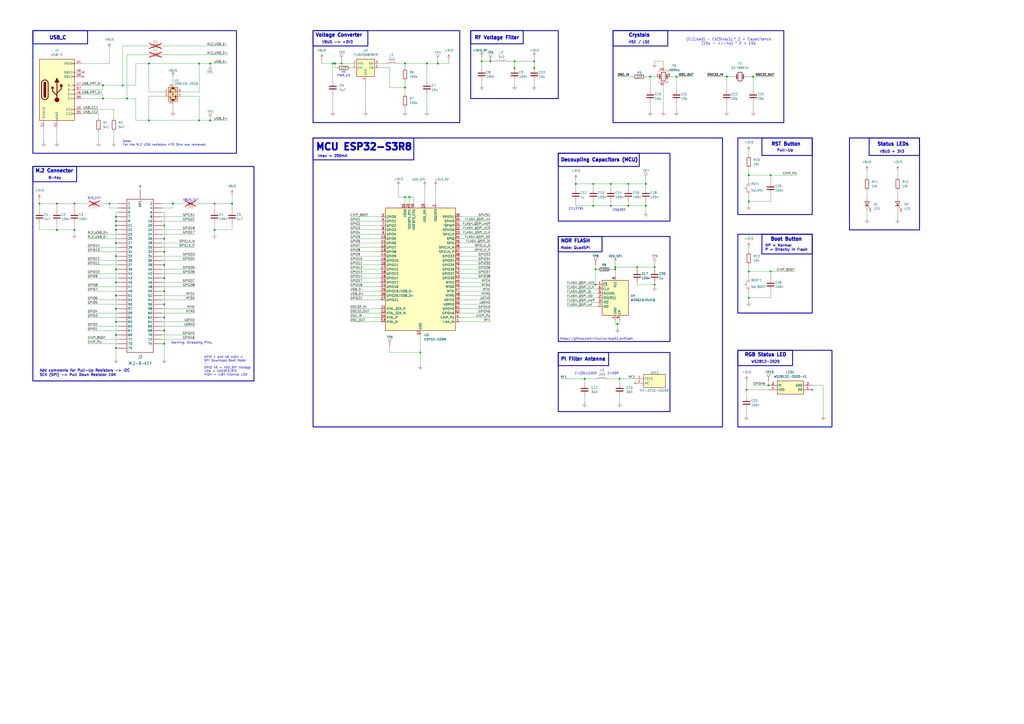
<source format=kicad_sch>
(kicad_sch (version 20250114) (generator "eeschema") (generator_version "9.0")
  (paper "A2")
  (title_block (title "ESP32S3 M.2 SOM") (date "2025-02-28") (rev "2.0") (company "LiberBoard"))
  (rectangle (start 19.05 96.52) (end 44.45 105.41) (stroke (width 0.5)))
  (rectangle (start 19.05 96.52) (end 147.32 220.98) (stroke (width 0.5)))
  (rectangle (start 441.96 135.89) (end 471.17 147.32) (stroke (width 0.5)))
  (rectangle (start 504.19 80.01) (end 533.4 90.17) (stroke (width 0.5)))
  (rectangle (start 273.05 17.78) (end 303.53 25.4) (stroke (width 0.5)))
  (rectangle (start 441.96 80.01) (end 471.17 90.17) (stroke (width 0.5)))
  (rectangle (start 323.85 137.16) (end 388.62 198.12) (stroke (width 0.5)))
  (rectangle (start 492.76 80.01) (end 533.4 133.35) (stroke (width 0.5)))
  (rectangle (start 323.85 88.9) (end 370.84 96.52) (stroke (width 0.5)))
  (rectangle (start 323.85 204.47) (end 388.62 238.76) (stroke (width 0.5)))
  (rectangle (start 181.61 17.78) (end 266.7 71.12) (stroke (width 0.5)))
  (rectangle (start 323.85 88.9) (end 388.62 128.27) (stroke (width 0.5)))
  (rectangle (start 355.6 17.78) (end 454.66 71.12) (stroke (width 0.5)))
  (rectangle (start 19.05 17.78) (end 50.8 25.4) (stroke (width 0.5)))
  (rectangle (start 355.6 17.78) (end 387.35 26.67) (stroke (width 0.5)))
  (rectangle (start 323.85 137.16) (end 349.25 146.05) (stroke (width 0.5)))
  (rectangle (start 427.99 203.2) (end 459.74 212.09) (stroke (width 0.5)))
  (rectangle (start 181.61 17.78) (end 213.36 26.67) (stroke (width 0.5)))
  (rectangle (start 181.61 80.01) (end 240.03 92.71) (stroke (width 0.5)))
  (rectangle (start 427.99 135.89) (end 471.17 181.61) (stroke (width 0.5)))
  (rectangle (start 427.99 80.01) (end 471.17 124.46) (stroke (width 0.5)))
  (rectangle (start 181.61 80.01) (end 419.1 247.65) (stroke (width 0.5)))
  (rectangle (start 19.05 17.78) (end 137.16 88.9) (stroke (width 0.5)))
  (rectangle (start 273.05 17.78) (end 323.85 57.15) (stroke (width 0.5)))
  (rectangle (start 323.85 204.47) (end 353.06 212.09) (stroke (width 0.5)))
  (rectangle (start 427.99 203.2) (end 482.6 247.65) (stroke (width 0.5)))
  (text "RGB Status LED" (at 431.8 207.01 0) (effects (font (size 2 2) (thickness 1) (bold yes)) (justify left bottom)))
  (text "VBUS_EXT" (at 110.744 116.078 0) (effects (font (size 1.27 1.27))))
  (text "3V3_EXT" (at 54.61 115.062 0) (effects (font (size 1.27 1.27))))
  (text "VBUS + 3V3" (at 510.286 88.9 0) (effects (font (size 1.5 1.5) (bold yes)) (justify left bottom)))
  (text "Crystals" (at 364.49 21.59 0) (effects (font (size 2 2) (thickness 1) (bold yes)) (justify left bottom)))
  (text "B-Key" (at 27.94 104.14 0) (effects (font (size 1.5 1.5) (bold yes)) (justify left bottom)))
  (text "NP = Normal\nP = Directly in Flash" (at 443.738 145.796 0) (effects (font (size 1.5 1.5) (bold yes)) (justify left bottom)))
  (text "HSE / LSE" (at 364.49 25.4 0) (effects (font (size 1.5 1.5) (bold yes)) (justify left bottom)))
  (text "Note: \nFor the M.2 USB resistors 470 Ohm are removed." (at 71.12 83.058 0) (effects (font (size 1.27 1.27)) (justify left)))
  (text "Add comments for Pull-Up Resistors -> I2C\n" (at 22.86 215.9 0) (effects (font (size 1.5 1.5) (bold yes)) (justify left bottom)))
  (text "Voltage Converter\n" (at 182.88 21.59 0) (effects (font (size 2 2) (thickness 1) (bold yes)) (justify left bottom)))
  (text "MCU ESP32-S3R8" (at 182.88 87.63 0) (effects (font (size 4 4) (thickness 1) (bold yes)) (justify left bottom)))
  (text "RF Voltage Filter" (at 275.082 23.114 0) (effects (font (size 2 2) (thickness 1) (bold yes)) (justify left bottom)))
  (text "Mode: QuadSPI" (at 325.12 144.78 0) (effects (font (size 1.5 1.5) (bold yes)) (justify left bottom)))
  (text "NOR FLASH" (at 325.12 140.97 0) (effects (font (size 2 2) (thickness 1) (bold yes)) (justify left bottom)))
  (text "USB_C\n" (at 28.448 23.114 0) (effects (font (size 2 2) (thickness 1) (bold yes)) (justify left bottom)))
  (text "C113791\n" (at 334.264 121.158 0) (effects (font (size 1.27 1.27))))
  (text "SCK (SPI) -> Pull Down Resistor 10K" (at 22.86 218.44 0) (effects (font (size 1.5 1.5) (bold yes)) (justify left bottom)))
  (text "M.2 Connector\n" (at 20.32 100.33 0) (effects (font (size 2 2) (thickness 1) (bold yes)) (justify left bottom)))
  (text "RST Button\n" (at 447.294 84.836 0) (effects (font (size 2 2) (thickness 1) (bold yes)) (justify left bottom)))
  (text "WS2812-2020" (at 435.61 210.82 0) (effects (font (size 1.5 1.5) (bold yes)) (justify left bottom)))
  (text "PWR_EN" (at 199.39 43.942 0) (effects (font (size 1.27 1.27))))
  (text "Decoupling Capacitors (MCU)" (at 325.12 93.98 0) (effects (font (size 2 2) (thickness 1) (bold yes)) (justify left bottom)))
  (text "Boot Button\n" (at 446.786 139.954 0) (effects (font (size 2 2) (thickness 1) (bold yes)) (justify left bottom)))
  (text "C56392\n" (at 359.156 121.92 0) (effects (font (size 1.27 1.27))))
  (text "Status LEDs" (at 508.762 84.836 0) (effects (font (size 2 2) (thickness 1) (bold yes)) (justify left bottom)))
  (text "Warning, Strapping Pins. " (at 111.76 198.882 0) (effects (font (size 1.27 1.27))))
  (text "VBUS -> +3V3" (at 186.69 25.4 0) (effects (font (size 1.5 1.5) (bold yes)) (justify left bottom)))
  (text "GPIO 1 and 46 HIGH =\nSPI Download Boot Mode\n-\nGPIO 45 = VDD_SPI Voltage\nLOW = VDD3P3_RTC\nHIGH = 1.8V internal LDO" (at 118.364 212.344 0) (effects (font (size 1.27 1.27)) (justify left)))
  (text "Z=(35+j10)R" (at 333.248 217.424 0) (effects (font (size 1.27 1.27)) (justify left bottom)))
  (text "PI Filter Antenna\n" (at 325.12 209.55 0) (effects (font (size 2 2) (thickness 1) (bold yes)) (justify left bottom)))
  (text "(CL(Load) - Cs(Stray)) * 2 = Capacitance\n(10p - +/-4p) * 2 = 10p" (at 422.656 26.162 0) (effects (font (size 1.5 1.5)) (justify bottom)))
  (text "Imax = 200mA" (at 184.15 91.44 0) (effects (font (size 1.5 1.5) (bold yes)) (justify left bottom)))
  (text "Z=50R" (at 352.298 217.424 0) (effects (font (size 1.27 1.27)) (justify left bottom)))
  (text "https://github.com/lllucius/esp32_extflash" (at 345.948 196.596 0) (effects (font (size 1.27 1.27))))
  (text "Pull-Up" (at 450.596 88.138 0) (effects (font (size 1.5 1.5) (bold yes)) (justify left bottom)))
  (junction (at 247.65 36.83))
  (junction (at 95.25 161.29))
  (junction (at 95.25 153.67))
  (junction (at 434.34 157.48))
  (junction (at 115.57 36.83))
  (junction (at 434.34 116.84))
  (junction (at 433.07 226.06))
  (junction (at 67.31 128.27))
  (junction (at 121.92 36.83))
  (junction (at 374.65 119.38))
  (junction (at 198.12 36.83))
  (junction (at 121.92 69.85))
  (junction (at 434.34 101.6))
  (junction (at 447.04 157.48))
  (junction (at 67.31 140.97))
  (junction (at 67.31 194.31))
  (junction (at 243.84 204.47))
  (junction (at 124.46 133.35))
  (junction (at 67.31 133.35))
  (junction (at 67.31 130.81))
  (junction (at 298.45 35.56))
  (junction (at 194.31 36.83))
  (junction (at 95.25 176.53))
  (junction (at 379.73 165.1))
  (junction (at 344.17 119.38))
  (junction (at 67.31 186.69))
  (junction (at 436.88 44.45))
  (junction (at 67.31 156.21))
  (junction (at 95.25 191.77))
  (junction (at 95.25 146.05))
  (junction (at 95.25 199.39))
  (junction (at 298.45 39.37))
  (junction (at 95.25 130.81))
  (junction (at 67.31 125.73))
  (junction (at 379.73 154.94))
  (junction (at 67.31 171.45))
  (junction (at 95.25 184.15))
  (junction (at 354.33 119.38))
  (junction (at 364.49 106.68))
  (junction (at 73.66 57.15))
  (junction (at 356.87 154.94))
  (junction (at 377.19 44.45))
  (junction (at 234.95 36.83))
  (junction (at 369.57 154.94))
  (junction (at 309.88 35.56))
  (junction (at 67.31 163.83))
  (junction (at 86.36 69.85))
  (junction (at 374.65 106.68))
  (junction (at 115.57 69.85))
  (junction (at 86.36 36.83))
  (junction (at 358.14 187.96))
  (junction (at 309.88 39.37))
  (junction (at 43.18 133.35))
  (junction (at 447.04 101.6))
  (junction (at 434.34 172.72))
  (junction (at 63.5 118.11))
  (junction (at 100.33 118.11))
  (junction (at 234.95 50.8))
  (junction (at 345.44 165.1))
  (junction (at 279.4 35.56))
  (junction (at 334.01 106.68))
  (junction (at 67.31 201.93))
  (junction (at 43.18 118.11))
  (junction (at 193.04 36.83))
  (junction (at 445.77 223.52))
  (junction (at 22.86 118.11))
  (junction (at 67.31 148.59))
  (junction (at 392.43 44.45))
  (junction (at 284.48 35.56))
  (junction (at 95.25 138.43))
  (junction (at 67.31 179.07))
  (junction (at 59.69 49.53))
  (junction (at 254 36.83))
  (junction (at 339.09 219.71))
  (junction (at 421.64 44.45))
  (junction (at 354.33 106.68))
  (junction (at 344.17 106.68))
  (junction (at 71.12 49.53))
  (junction (at 59.69 57.15))
  (junction (at 237.49 114.3))
  (junction (at 134.62 118.11))
  (junction (at 33.02 118.11))
  (junction (at 345.44 156.21))
  (junction (at 234.95 114.3))
  (junction (at 95.25 168.91))
  (junction (at 356.87 156.21))
  (junction (at 124.46 118.11))
  (junction (at 364.49 119.38))
  (junction (at 33.02 133.35))
  (junction (at 359.41 219.71))
  (no_connect (at 48.26 41.91))
  (no_connect (at 81.28 107.95))
  (no_connect (at 471.17 226.06))
  (no_connect (at 48.26 44.45))
  (wire (pts (xy 115.57 69.85) (xy 121.92 69.85)))
  (wire (pts (xy 203.2 140.97) (xy 220.98 140.97)))
  (wire (pts (xy 434.34 170.18) (xy 434.34 172.72)))
  (wire (pts (xy 345.44 165.1) (xy 328.93 165.1)))
  (wire (pts (xy 254 36.83) (xy 260.35 36.83)))
  (wire (pts (xy 67.31 179.07) (xy 68.58 179.07)))
  (wire (pts (xy 345.44 156.21) (xy 345.44 165.1)))
  (wire (pts (xy 254 35.56) (xy 254 36.83)))
  (wire (pts (xy 246.38 107.95) (xy 246.38 118.11)))
  (wire (pts (xy 434.34 143.51) (xy 434.34 146.05)))
  (wire (pts (xy 67.31 128.27) (xy 67.31 130.81)))
  (wire (pts (xy 226.06 204.47) (xy 243.84 204.47)))
  (wire (pts (xy 243.84 194.31) (xy 243.84 204.47)))
  (wire (pts (xy 359.41 229.87) (xy 359.41 233.68)))
  (wire (pts (xy 93.98 179.07) (xy 113.03 179.07)))
  (wire (pts (xy 334.01 104.14) (xy 334.01 106.68)))
  (wire (pts (xy 67.31 133.35) (xy 67.31 140.97)))
  (wire (pts (xy 266.7 138.43) (xy 284.48 138.43)))
  (wire (pts (xy 325.12 219.71) (xy 339.09 219.71)))
  (wire (pts (xy 379.73 163.83) (xy 379.73 165.1)))
  (wire (pts (xy 447.04 101.6) (xy 447.04 105.41)))
  (wire (pts (xy 433.07 226.06) (xy 433.07 229.87)))
  (wire (pts (xy 356.87 185.42) (xy 356.87 187.96)))
  (wire (pts (xy 93.98 135.89) (xy 113.03 135.89)))
  (wire (pts (xy 68.58 120.65) (xy 63.5 120.65)))
  (wire (pts (xy 50.8 151.13) (xy 68.58 151.13)))
  (wire (pts (xy 203.2 128.27) (xy 220.98 128.27)))
  (wire (pts (xy 194.31 36.83) (xy 198.12 36.83)))
  (wire (pts (xy 203.2 173.99) (xy 220.98 173.99)))
  (wire (pts (xy 50.8 176.53) (xy 68.58 176.53)))
  (wire (pts (xy 186.69 36.83) (xy 193.04 36.83)))
  (wire (pts (xy 240.03 118.11) (xy 240.03 114.3)))
  (wire (pts (xy 379.73 156.21) (xy 379.73 154.94)))
  (wire (pts (xy 86.36 26.67) (xy 71.12 26.67)))
  (wire (pts (xy 203.2 179.07) (xy 220.98 179.07)))
  (wire (pts (xy 392.43 44.45) (xy 402.59 44.45)))
  (wire (pts (xy 434.34 153.67) (xy 434.34 157.48)))
  (wire (pts (xy 334.01 119.38) (xy 344.17 119.38)))
  (wire (pts (xy 67.31 171.45) (xy 67.31 179.07)))
  (wire (pts (xy 50.8 189.23) (xy 68.58 189.23)))
  (wire (pts (xy 434.34 114.3) (xy 434.34 116.84)))
  (wire (pts (xy 203.2 171.45) (xy 220.98 171.45)))
  (wire (pts (xy 434.34 87.63) (xy 434.34 90.17)))
  (wire (pts (xy 247.65 36.83) (xy 247.65 46.99)))
  (wire (pts (xy 345.44 153.67) (xy 345.44 156.21)))
  (wire (pts (xy 134.62 133.35) (xy 124.46 133.35)))
  (wire (pts (xy 93.98 26.67) (xy 132.08 26.67)))
  (wire (pts (xy 33.02 129.54) (xy 33.02 133.35)))
  (wire (pts (xy 392.43 59.69) (xy 392.43 64.77)))
  (wire (pts (xy 43.18 133.35) (xy 43.18 135.89)))
  (wire (pts (xy 67.31 125.73) (xy 67.31 128.27)))
  (wire (pts (xy 388.62 44.45) (xy 392.43 44.45)))
  (wire (pts (xy 71.12 26.67) (xy 71.12 49.53)))
  (wire (pts (xy 266.7 158.75) (xy 284.48 158.75)))
  (wire (pts (xy 59.69 52.07) (xy 48.26 52.07)))
  (wire (pts (xy 374.65 106.68) (xy 374.65 109.22)))
  (wire (pts (xy 356.87 152.4) (xy 356.87 154.94)))
  (wire (pts (xy 121.92 69.85) (xy 132.08 69.85)))
  (wire (pts (xy 266.7 173.99) (xy 284.48 173.99)))
  (wire (pts (xy 67.31 171.45) (xy 68.58 171.45)))
  (wire (pts (xy 48.26 63.5) (xy 66.04 63.5)))
  (wire (pts (xy 93.98 166.37) (xy 113.03 166.37)))
  (wire (pts (xy 203.2 148.59) (xy 220.98 148.59)))
  (wire (pts (xy 67.31 125.73) (xy 68.58 125.73)))
  (wire (pts (xy 22.86 115.57) (xy 22.86 118.11)))
  (wire (pts (xy 379.73 35.56) (xy 384.81 35.56)))
  (wire (pts (xy 48.26 66.04) (xy 57.15 66.04)))
  (wire (pts (xy 298.45 40.64) (xy 298.45 39.37)))
  (wire (pts (xy 421.64 59.69) (xy 421.64 64.77)))
  (wire (pts (xy 359.41 219.71) (xy 359.41 222.25)))
  (wire (pts (xy 95.25 191.77) (xy 95.25 184.15)))
  (wire (pts (xy 447.04 168.91) (xy 447.04 172.72)))
  (wire (pts (xy 78.74 36.83) (xy 86.36 36.83)))
  (wire (pts (xy 266.7 168.91) (xy 284.48 168.91)))
  (wire (pts (xy 48.26 49.53) (xy 59.69 49.53)))
  (wire (pts (xy 433.07 220.98) (xy 433.07 226.06)))
  (wire (pts (xy 95.25 161.29) (xy 95.25 153.67)))
  (wire (pts (xy 266.7 130.81) (xy 284.48 130.81)))
  (wire (pts (xy 124.46 118.11) (xy 124.46 121.92)))
  (wire (pts (xy 334.01 106.68) (xy 334.01 109.22)))
  (wire (pts (xy 226.06 200.66) (xy 226.06 204.47)))
  (wire (pts (xy 50.8 196.85) (xy 68.58 196.85)))
  (wire (pts (xy 234.95 114.3) (xy 231.14 114.3)))
  (wire (pts (xy 93.98 186.69) (xy 113.03 186.69)))
  (wire (pts (xy 520.7 121.92) (xy 520.7 127)))
  (wire (pts (xy 59.69 49.53) (xy 71.12 49.53)))
  (wire (pts (xy 358.14 187.96) (xy 356.87 187.96)))
  (wire (pts (xy 354.33 109.22) (xy 354.33 106.68)))
  (wire (pts (xy 421.64 52.07) (xy 421.64 44.45)))
  (wire (pts (xy 78.74 57.15) (xy 78.74 69.85)))
  (wire (pts (xy 279.4 35.56) (xy 284.48 35.56)))
  (wire (pts (xy 364.49 106.68) (xy 354.33 106.68)))
  (wire (pts (xy 309.88 46.99) (xy 309.88 49.53)))
  (wire (pts (xy 48.26 36.83) (xy 63.5 36.83)))
  (wire (pts (xy 22.86 129.54) (xy 22.86 133.35)))
  (wire (pts (xy 266.7 176.53) (xy 284.48 176.53)))
  (wire (pts (xy 93.98 163.83) (xy 113.03 163.83)))
  (wire (pts (xy 447.04 101.6) (xy 434.34 101.6)))
  (wire (pts (xy 219.71 39.37) (xy 226.06 39.37)))
  (wire (pts (xy 67.31 133.35) (xy 68.58 133.35)))
  (wire (pts (xy 50.8 143.51) (xy 68.58 143.51)))
  (wire (pts (xy 447.04 101.6) (xy 462.28 101.6)))
  (wire (pts (xy 93.98 158.75) (xy 113.03 158.75)))
  (wire (pts (xy 93.98 31.75) (xy 132.08 31.75)))
  (wire (pts (xy 50.8 166.37) (xy 68.58 166.37)))
  (wire (pts (xy 134.62 129.54) (xy 134.62 133.35)))
  (wire (pts (xy 203.2 135.89) (xy 220.98 135.89)))
  (wire (pts (xy 59.69 57.15) (xy 59.69 54.61)))
  (wire (pts (xy 266.7 161.29) (xy 284.48 161.29)))
  (wire (pts (xy 284.48 35.56) (xy 287.02 35.56)))
  (wire (pts (xy 57.15 76.2) (xy 57.15 82.55)))
  (wire (pts (xy 502.92 110.49) (xy 502.92 114.3)))
  (wire (pts (xy 95.25 191.77) (xy 95.25 199.39)))
  (wire (pts (xy 266.7 171.45) (xy 284.48 171.45)))
  (wire (pts (xy 67.31 156.21) (xy 67.31 163.83)))
  (wire (pts (xy 67.31 140.97) (xy 68.58 140.97)))
  (wire (pts (xy 67.31 201.93) (xy 67.31 208.28)))
  (wire (pts (xy 374.65 116.84) (xy 374.65 119.38)))
  (wire (pts (xy 93.98 133.35) (xy 113.03 133.35)))
  (wire (pts (xy 93.98 181.61) (xy 113.03 181.61)))
  (wire (pts (xy 266.7 128.27) (xy 284.48 128.27)))
  (wire (pts (xy 377.19 59.69) (xy 377.19 64.77)))
  (wire (pts (xy 266.7 166.37) (xy 284.48 166.37)))
  (wire (pts (xy 67.31 163.83) (xy 68.58 163.83)))
  (wire (pts (xy 93.98 171.45) (xy 113.03 171.45)))
  (wire (pts (xy 95.25 153.67) (xy 95.25 146.05)))
  (wire (pts (xy 66.04 63.5) (xy 66.04 68.58)))
  (wire (pts (xy 346.71 165.1) (xy 345.44 165.1)))
  (wire (pts (xy 243.84 204.47) (xy 243.84 212.09)))
  (wire (pts (xy 93.98 138.43) (xy 95.25 138.43)))
  (wire (pts (xy 434.34 97.79) (xy 434.34 101.6)))
  (wire (pts (xy 502.92 99.06) (xy 502.92 102.87)))
  (wire (pts (xy 266.7 179.07) (xy 284.48 179.07)))
  (wire (pts (xy 203.2 143.51) (xy 220.98 143.51)))
  (wire (pts (xy 95.25 55.88) (xy 86.36 55.88)))
  (wire (pts (xy 203.2 168.91) (xy 220.98 168.91)))
  (wire (pts (xy 266.7 181.61) (xy 284.48 181.61)))
  (wire (pts (xy 328.93 167.64) (xy 346.71 167.64)))
  (wire (pts (xy 43.18 129.54) (xy 43.18 133.35)))
  (wire (pts (xy 93.98 196.85) (xy 113.03 196.85)))
  (wire (pts (xy 434.34 172.72) (xy 434.34 175.26)))
  (wire (pts (xy 121.92 36.83) (xy 132.08 36.83)))
  (wire (pts (xy 364.49 106.68) (xy 364.49 109.22)))
  (wire (pts (xy 237.49 118.11) (xy 237.49 114.3)))
  (wire (pts (xy 298.45 35.56) (xy 294.64 35.56)))
  (wire (pts (xy 93.98 194.31) (xy 113.03 194.31)))
  (wire (pts (xy 392.43 44.45) (xy 392.43 52.07)))
  (wire (pts (xy 43.18 118.11) (xy 33.02 118.11)))
  (wire (pts (xy 186.69 34.29) (xy 186.69 36.83)))
  (wire (pts (xy 379.73 165.1) (xy 369.57 165.1)))
  (wire (pts (xy 93.98 120.65) (xy 100.33 120.65)))
  (wire (pts (xy 203.2 146.05) (xy 220.98 146.05)))
  (wire (pts (xy 203.2 186.69) (xy 220.98 186.69)))
  (wire (pts (xy 231.14 36.83) (xy 234.95 36.83)))
  (wire (pts (xy 379.73 165.1) (xy 379.73 166.37)))
  (wire (pts (xy 67.31 163.83) (xy 67.31 171.45)))
  (wire (pts (xy 374.65 106.68) (xy 364.49 106.68)))
  (wire (pts (xy 93.98 168.91) (xy 95.25 168.91)))
  (wire (pts (xy 344.17 119.38) (xy 354.33 119.38)))
  (wire (pts (xy 203.2 166.37) (xy 220.98 166.37)))
  (wire (pts (xy 33.02 74.93) (xy 33.02 82.55)))
  (wire (pts (xy 67.31 140.97) (xy 67.31 148.59)))
  (wire (pts (xy 50.8 168.91) (xy 68.58 168.91)))
  (wire (pts (xy 231.14 107.95) (xy 231.14 114.3)))
  (wire (pts (xy 33.02 133.35) (xy 43.18 133.35)))
  (wire (pts (xy 203.2 39.37) (xy 204.47 39.37)))
  (wire (pts (xy 298.45 39.37) (xy 298.45 35.56)))
  (wire (pts (xy 193.04 36.83) (xy 193.04 46.99)))
  (wire (pts (xy 359.41 185.42) (xy 359.41 187.96)))
  (wire (pts (xy 354.33 116.84) (xy 354.33 119.38)))
  (wire (pts (xy 33.02 118.11) (xy 33.02 121.92)))
  (wire (pts (xy 50.8 191.77) (xy 68.58 191.77)))
  (wire (pts (xy 203.2 133.35) (xy 220.98 133.35)))
  (wire (pts (xy 436.88 44.45) (xy 436.88 52.07)))
  (wire (pts (xy 194.31 36.83) (xy 193.04 36.83)))
  (wire (pts (xy 379.73 154.94) (xy 369.57 154.94)))
  (wire (pts (xy 374.65 104.14) (xy 374.65 106.68)))
  (wire (pts (xy 43.18 118.11) (xy 43.18 121.92)))
  (wire (pts (xy 266.7 186.69) (xy 284.48 186.69)))
  (wire (pts (xy 212.09 46.99) (xy 212.09 64.77)))
  (wire (pts (xy 374.65 119.38) (xy 374.65 123.19)))
  (wire (pts (xy 57.15 66.04) (xy 57.15 68.58)))
  (wire (pts (xy 334.01 116.84) (xy 334.01 119.38)))
  (wire (pts (xy 436.88 59.69) (xy 436.88 64.77)))
  (wire (pts (xy 50.8 161.29) (xy 68.58 161.29)))
  (wire (pts (xy 354.33 106.68) (xy 344.17 106.68)))
  (wire (pts (xy 67.31 201.93) (xy 68.58 201.93)))
  (wire (pts (xy 134.62 113.03) (xy 134.62 118.11)))
  (wire (pts (xy 48.26 57.15) (xy 59.69 57.15)))
  (wire (pts (xy 100.33 60.96) (xy 100.33 64.77)))
  (wire (pts (xy 339.09 219.71) (xy 345.44 219.71)))
  (wire (pts (xy 266.7 184.15) (xy 284.48 184.15)))
  (wire (pts (xy 356.87 156.21) (xy 356.87 160.02)))
  (wire (pts (xy 234.95 62.23) (xy 234.95 64.77)))
  (wire (pts (xy 309.88 40.64) (xy 309.88 39.37)))
  (wire (pts (xy 93.98 189.23) (xy 113.03 189.23)))
  (wire (pts (xy 369.57 156.21) (xy 369.57 154.94)))
  (wire (pts (xy 377.19 44.45) (xy 381 44.45)))
  (wire (pts (xy 384.81 49.53) (xy 384.81 64.77)))
  (wire (pts (xy 50.8 146.05) (xy 68.58 146.05)))
  (wire (pts (xy 78.74 36.83) (xy 78.74 49.53)))
  (wire (pts (xy 502.92 121.92) (xy 502.92 127)))
  (wire (pts (xy 105.41 55.88) (xy 115.57 55.88)))
  (wire (pts (xy 260.35 34.29) (xy 260.35 36.83)))
  (wire (pts (xy 374.65 119.38) (xy 364.49 119.38)))
  (wire (pts (xy 95.25 184.15) (xy 95.25 176.53)))
  (wire (pts (xy 447.04 116.84) (xy 434.34 116.84)))
  (wire (pts (xy 203.2 138.43) (xy 220.98 138.43)))
  (wire (pts (xy 198.12 35.56) (xy 198.12 36.83)))
  (wire (pts (xy 93.98 199.39) (xy 95.25 199.39)))
  (wire (pts (xy 67.31 186.69) (xy 67.31 194.31)))
  (wire (pts (xy 410.21 44.45) (xy 421.64 44.45)))
  (wire (pts (xy 124.46 133.35) (xy 124.46 135.89)))
  (wire (pts (xy 346.71 170.18) (xy 328.93 170.18)))
  (wire (pts (xy 124.46 129.54) (xy 124.46 133.35)))
  (wire (pts (xy 93.98 161.29) (xy 95.25 161.29)))
  (wire (pts (xy 134.62 118.11) (xy 134.62 121.92)))
  (wire (pts (xy 445.77 220.98) (xy 445.77 223.52)))
  (wire (pts (xy 67.31 179.07) (xy 67.31 186.69)))
  (wire (pts (xy 237.49 114.3) (xy 234.95 114.3)))
  (wire (pts (xy 50.8 158.75) (xy 68.58 158.75)))
  (wire (pts (xy 471.17 223.52) (xy 477.52 223.52)))
  (wire (pts (xy 247.65 64.77) (xy 247.65 54.61)))
  (wire (pts (xy 63.5 36.83) (xy 63.5 27.94)))
  (wire (pts (xy 339.09 219.71) (xy 339.09 222.25)))
  (wire (pts (xy 95.25 138.43) (xy 95.25 130.81)))
  (wire (pts (xy 115.57 36.83) (xy 115.57 53.34)))
  (wire (pts (xy 344.17 116.84) (xy 344.17 119.38)))
  (wire (pts (xy 433.07 44.45) (xy 436.88 44.45)))
  (wire (pts (xy 266.7 125.73) (xy 284.48 125.73)))
  (wire (pts (xy 266.7 140.97) (xy 284.48 140.97)))
  (wire (pts (xy 95.25 168.91) (xy 95.25 161.29)))
  (wire (pts (xy 266.7 153.67) (xy 284.48 153.67)))
  (wire (pts (xy 50.8 135.89) (xy 68.58 135.89)))
  (wire (pts (xy 520.7 110.49) (xy 520.7 114.3)))
  (wire (pts (xy 67.31 130.81) (xy 67.31 133.35)))
  (wire (pts (xy 434.34 157.48) (xy 434.34 160.02)))
  (wire (pts (xy 95.25 146.05) (xy 95.25 138.43)))
  (wire (pts (xy 67.31 194.31) (xy 68.58 194.31)))
  (wire (pts (xy 93.98 191.77) (xy 95.25 191.77)))
  (wire (pts (xy 100.33 120.65) (xy 100.33 118.11)))
  (wire (pts (xy 59.69 57.15) (xy 73.66 57.15)))
  (wire (pts (xy 100.33 118.11) (xy 106.68 118.11)))
  (wire (pts (xy 93.98 184.15) (xy 95.25 184.15)))
  (wire (pts (xy 421.64 44.45) (xy 425.45 44.45)))
  (wire (pts (xy 203.2 156.21) (xy 220.98 156.21)))
  (wire (pts (xy 95.25 199.39) (xy 95.25 208.28)))
  (wire (pts (xy 309.88 39.37) (xy 309.88 35.56)))
  (wire (pts (xy 86.36 36.83) (xy 115.57 36.83)))
  (wire (pts (xy 203.2 158.75) (xy 220.98 158.75)))
  (wire (pts (xy 78.74 57.15) (xy 73.66 57.15)))
  (wire (pts (xy 93.98 176.53) (xy 95.25 176.53)))
  (wire (pts (xy 298.45 46.99) (xy 298.45 49.53)))
  (wire (pts (xy 93.98 156.21) (xy 113.03 156.21)))
  (wire (pts (xy 93.98 173.99) (xy 113.03 173.99)))
  (wire (pts (xy 93.98 128.27) (xy 113.03 128.27)))
  (wire (pts (xy 67.31 186.69) (xy 68.58 186.69)))
  (wire (pts (xy 81.28 107.95) (xy 81.28 110.49)))
  (wire (pts (xy 234.95 36.83) (xy 234.95 39.37)))
  (wire (pts (xy 86.36 53.34) (xy 86.36 36.83)))
  (wire (pts (xy 434.34 116.84) (xy 434.34 119.38)))
  (wire (pts (xy 364.49 116.84) (xy 364.49 119.38)))
  (wire (pts (xy 115.57 55.88) (xy 115.57 69.85)))
  (wire (pts (xy 203.2 151.13) (xy 220.98 151.13)))
  (wire (pts (xy 22.86 133.35) (xy 33.02 133.35)))
  (wire (pts (xy 124.46 118.11) (xy 134.62 118.11)))
  (wire (pts (xy 279.4 46.99) (xy 279.4 49.53)))
  (wire (pts (xy 520.7 99.06) (xy 520.7 102.87)))
  (wire (pts (xy 436.88 44.45) (xy 449.58 44.45)))
  (wire (pts (xy 67.31 128.27) (xy 68.58 128.27)))
  (wire (pts (xy 266.7 135.89) (xy 284.48 135.89)))
  (wire (pts (xy 369.57 163.83) (xy 369.57 165.1)))
  (wire (pts (xy 279.4 33.02) (xy 279.4 35.56)))
  (wire (pts (xy 93.98 130.81) (xy 95.25 130.81)))
  (wire (pts (xy 100.33 44.45) (xy 100.33 48.26)))
  (wire (pts (xy 356.87 154.94) (xy 356.87 156.21)))
  (wire (pts (xy 68.58 123.19) (xy 67.31 123.19)))
  (wire (pts (xy 86.36 69.85) (xy 115.57 69.85)))
  (wire (pts (xy 93.98 123.19) (xy 95.25 123.19)))
  (wire (pts (xy 63.5 120.65) (xy 63.5 118.11)))
  (wire (pts (xy 266.7 143.51) (xy 284.48 143.51)))
  (wire (pts (xy 50.8 199.39) (xy 68.58 199.39)))
  (wire (pts (xy 328.93 172.72) (xy 346.71 172.72)))
  (wire (pts (xy 78.74 69.85) (xy 86.36 69.85)))
  (wire (pts (xy 67.31 148.59) (xy 67.31 156.21)))
  (wire (pts (xy 346.71 177.8) (xy 328.93 177.8)))
  (wire (pts (xy 219.71 36.83) (xy 223.52 36.83)))
  (wire (pts (xy 353.06 219.71) (xy 359.41 219.71)))
  (wire (pts (xy 93.98 153.67) (xy 95.25 153.67)))
  (wire (pts (xy 447.04 157.48) (xy 447.04 161.29)))
  (wire (pts (xy 344.17 106.68) (xy 344.17 109.22)))
  (wire (pts (xy 266.7 133.35) (xy 284.48 133.35)))
  (wire (pts (xy 203.2 130.81) (xy 220.98 130.81)))
  (wire (pts (xy 22.86 118.11) (xy 22.86 121.92)))
  (wire (pts (xy 384.81 39.37) (xy 384.81 35.56)))
  (wire (pts (xy 93.98 118.11) (xy 100.33 118.11)))
  (wire (pts (xy 354.33 156.21) (xy 356.87 156.21)))
  (wire (pts (xy 374.65 44.45) (xy 377.19 44.45)))
  (wire (pts (xy 266.7 146.05) (xy 284.48 146.05)))
  (wire (pts (xy 115.57 36.83) (xy 121.92 36.83)))
  (wire (pts (xy 203.2 163.83) (xy 220.98 163.83)))
  (wire (pts (xy 436.88 223.52) (xy 445.77 223.52)))
  (wire (pts (xy 379.73 153.67) (xy 379.73 154.94)))
  (wire (pts (xy 266.7 163.83) (xy 284.48 163.83)))
  (wire (pts (xy 358.14 187.96) (xy 358.14 190.5)))
  (wire (pts (xy 461.01 157.48) (xy 447.04 157.48)))
  (wire (pts (xy 234.95 36.83) (xy 247.65 36.83)))
  (wire (pts (xy 356.87 154.94) (xy 369.57 154.94)))
  (wire (pts (xy 334.01 106.68) (xy 344.17 106.68)))
  (wire (pts (xy 433.07 237.49) (xy 433.07 241.3)))
  (wire (pts (xy 226.06 39.37) (xy 226.06 50.8)))
  (wire (pts (xy 309.88 35.56) (xy 298.45 35.56)))
  (wire (pts (xy 198.12 36.83) (xy 204.47 36.83)))
  (wire (pts (xy 95.25 53.34) (xy 86.36 53.34)))
  (wire (pts (xy 33.02 118.11) (xy 22.86 118.11)))
  (wire (pts (xy 346.71 156.21) (xy 345.44 156.21)))
  (wire (pts (xy 433.07 226.06) (xy 445.77 226.06)))
  (wire (pts (xy 59.69 49.53) (xy 59.69 52.07)))
  (wire (pts (xy 93.98 148.59) (xy 113.03 148.59)))
  (wire (pts (xy 67.31 194.31) (xy 67.31 201.93)))
  (wire (pts (xy 203.2 153.67) (xy 220.98 153.67)))
  (wire (pts (xy 67.31 130.81) (xy 68.58 130.81)))
  (wire (pts (xy 203.2 125.73) (xy 220.98 125.73)))
  (wire (pts (xy 252.73 107.95) (xy 252.73 118.11)))
  (wire (pts (xy 477.52 223.52) (xy 477.52 241.3)))
  (wire (pts (xy 359.41 219.71) (xy 368.3 219.71)))
  (wire (pts (xy 93.98 143.51) (xy 113.03 143.51)))
  (wire (pts (xy 266.7 151.13) (xy 284.48 151.13)))
  (wire (pts (xy 66.04 76.2) (xy 66.04 82.55)))
  (wire (pts (xy 67.31 148.59) (xy 68.58 148.59)))
  (wire (pts (xy 73.66 31.75) (xy 73.66 57.15)))
  (wire (pts (xy 358.14 44.45) (xy 367.03 44.45)))
  (wire (pts (xy 266.7 156.21) (xy 284.48 156.21)))
  (wire (pts (xy 93.98 140.97) (xy 113.03 140.97)))
  (wire (pts (xy 93.98 146.05) (xy 95.25 146.05)))
  (wire (pts (xy 379.73 35.56) (xy 379.73 36.83)))
  (wire (pts (xy 203.2 181.61) (xy 220.98 181.61)))
  (wire (pts (xy 63.5 118.11) (xy 68.58 118.11)))
  (wire (pts (xy 67.31 156.21) (xy 68.58 156.21)))
  (wire (pts (xy 93.98 125.73) (xy 113.03 125.73)))
  (wire (pts (xy 58.42 118.11) (xy 63.5 118.11)))
  (wire (pts (xy 226.06 50.8) (xy 234.95 50.8)))
  (wire (pts (xy 50.8 153.67) (xy 68.58 153.67)))
  (wire (pts (xy 93.98 151.13) (xy 113.03 151.13)))
  (wire (pts (xy 95.25 123.19) (xy 95.25 130.81)))
  (wire (pts (xy 247.65 36.83) (xy 254 36.83)))
  (wire (pts (xy 447.04 157.48) (xy 434.34 157.48)))
  (wire (pts (xy 50.8 181.61) (xy 68.58 181.61)))
  (wire (pts (xy 309.88 33.02) (xy 309.88 35.56)))
  (wire (pts (xy 95.25 176.53) (xy 95.25 168.91)))
  (wire (pts (xy 240.03 114.3) (xy 237.49 114.3)))
  (wire (pts (xy 279.4 35.56) (xy 279.4 39.37)))
  (wire (pts (xy 354.33 119.38) (xy 364.49 119.38)))
  (wire (pts (xy 234.95 118.11) (xy 234.95 114.3)))
  (wire (pts (xy 358.14 187.96) (xy 359.41 187.96)))
  (wire (pts (xy 50.8 173.99) (xy 68.58 173.99)))
  (wire (pts (xy 328.93 175.26) (xy 346.71 175.26)))
  (wire (pts (xy 195.58 39.37) (xy 194.31 39.37)))
  (wire (pts (xy 86.36 55.88) (xy 86.36 69.85)))
  (wire (pts (xy 447.04 172.72) (xy 434.34 172.72)))
  (wire (pts (xy 193.04 54.61) (xy 193.04 64.77)))
  (wire (pts (xy 78.74 49.53) (xy 71.12 49.53)))
  (wire (pts (xy 50.8 138.43) (xy 68.58 138.43)))
  (wire (pts (xy 86.36 31.75) (xy 73.66 31.75)))
  (wire (pts (xy 105.41 53.34) (xy 115.57 53.34)))
  (wire (pts (xy 434.34 101.6) (xy 434.34 104.14)))
  (wire (pts (xy 59.69 54.61) (xy 48.26 54.61)))
  (wire (pts (xy 67.31 123.19) (xy 67.31 125.73)))
  (wire (pts (xy 447.04 113.03) (xy 447.04 116.84)))
  (wire (pts (xy 194.31 39.37) (xy 194.31 36.83)))
  (wire (pts (xy 339.09 229.87) (xy 339.09 233.68)))
  (wire (pts (xy 114.3 118.11) (xy 124.46 118.11)))
  (wire (pts (xy 25.4 74.93) (xy 25.4 82.55)))
  (wire (pts (xy 43.18 118.11) (xy 50.8 118.11)))
  (wire (pts (xy 377.19 44.45) (xy 377.19 52.07)))
  (wire (pts (xy 203.2 161.29) (xy 220.98 161.29)))
  (wire (pts (xy 234.95 46.99) (xy 234.95 50.8)))
  (wire (pts (xy 50.8 184.15) (xy 68.58 184.15)))
  (wire (pts (xy 234.95 50.8) (xy 234.95 54.61)))
  (wire (pts (xy 266.7 148.59) (xy 284.48 148.59)))
  (wire (pts (xy 203.2 184.15) (xy 220.98 184.15)))
  (label "GPIO8" (at 50.8 166.37 0))
  (label "FLASH_QSPI_CLK" (at 328.93 167.64 0))
  (label "CHIP_PU" (at 284.48 184.15 180))
  (label "GPIO1" (at 203.2 128.27 0))
  (label "GPIO4" (at 203.2 135.89 0))
  (label "GPIO21" (at 113.03 128.27 180))
  (label "USB_D-" (at 132.08 36.83 180))
  (label "SPICLK_P" (at 284.48 146.05 180))
  (label "GPIO38" (at 284.48 161.29 180))
  (label "SPICLK_P" (at 113.03 143.51 180))
  (label "GPIO8" (at 203.2 146.05 0))
  (label "OSC32_IN" (at 410.21 44.45 0) (effects (font (bold yes))))
  (label "GPIO10" (at 50.8 158.75 0))
  (label "GPIO46" (at 436.88 223.52 0))
  (label "OSC_IN" (at 203.2 184.15 0))
  (label "OSC_OUT" (at 203.2 186.69 0))
  (label "MTDO" (at 284.48 166.37 180))
  (label "USB_CC2" (at 48.26 66.04 0))
  (label "M.2_USB_D-" (at 50.8 138.43 0))
  (label "FLASH_QSPI_nWP" (at 284.48 130.81 180))
  (label "GPIO9" (at 50.8 161.29 0))
  (label "GPIO3" (at 203.2 133.35 0))
  (label "FLASH_QSPI_nWP" (at 328.93 175.26 0))
  (label "USB_CC1" (at 48.26 63.5 0))
  (label "M.2_USB_D-" (at 132.08 26.67 180))
  (label "MTCK" (at 284.48 163.83 180))
  (label "GPIO34" (at 284.48 151.13 180))
  (label "MTCK" (at 113.03 171.45 180))
  (label "GPIO45" (at 113.03 194.31 180))
  (label "MTMS" (at 113.03 181.61 180))
  (label "GPIO14" (at 203.2 161.29 0))
  (label "FLASH_QSPI_nCS" (at 328.93 165.1 0))
  (label "FLASH_QSPI_DO" (at 284.48 138.43 180))
  (label "U0RXD" (at 284.48 176.53 180))
  (label "GPIO45" (at 284.48 179.07 180))
  (label "GPIO12" (at 203.2 156.21 0))
  (label "FLASH_QSPI_CLK" (at 284.48 135.89 180))
  (label "GPIO18" (at 113.03 133.35 180))
  (label "GPIO34" (at 113.03 151.13 180))
  (label "GPIO13" (at 50.8 146.05 0))
  (label "FLASH_QSPI_DI" (at 284.48 140.97 180))
  (label "U0TXD" (at 113.03 186.69 180))
  (label "CHIP_BOOT" (at 50.8 196.85 0))
  (label "USB_D+" (at 132.08 69.85 180))
  (label "FLASH_QSPI_DO" (at 328.93 172.72 0))
  (label "GPIO18" (at 203.2 166.37 0))
  (label "GPIO3" (at 50.8 184.15 0))
  (label "GPIO17" (at 113.03 135.89 180))
  (label "GPIO2" (at 50.8 189.23 0))
  (label "U0RXD" (at 113.03 189.23 180))
  (label "MTDI" (at 284.48 168.91 180))
  (label "GPIO2" (at 203.2 130.81 0))
  (label "OSC_OUT" (at 393.7 44.45 0) (effects (font (bold yes))))
  (label "RF1" (at 284.48 186.69 180))
  (label "FLASH_QSPI_nCS" (at 284.48 133.35 180))
  (label "SPICLK_N" (at 284.48 143.51 180))
  (label "CHIP_BOOT" (at 461.01 157.48 180))
  (label "SPICS1" (at 113.03 125.73 180))
  (label "GPIO35" (at 113.03 156.21 180))
  (label "GPIO5" (at 50.8 176.53 0))
  (label "U0TXD" (at 284.48 173.99 180))
  (label "GPIO12" (at 50.8 151.13 0))
  (label "GPIO37" (at 284.48 158.75 180))
  (label "GPIO11" (at 203.2 153.67 0))
  (label "GPIO17" (at 203.2 163.83 0))
  (label "FLASH_QSPI_DI" (at 328.93 170.18 0))
  (label "GPIO38" (at 113.03 166.37 180))
  (label "USB_PRT_D-" (at 59.69 49.53 180))
  (label "GPIO37" (at 113.03 163.83 180))
  (label "OSC_IN" (at 358.14 44.45 0) (effects (font (bold yes))))
  (label "GPIO14" (at 50.8 143.51 0))
  (label "FLASH_QSPI_nH" (at 284.48 128.27 180))
  (label "GPIO36" (at 113.03 158.75 180))
  (label "FLASH_QSPI_nH" (at 328.93 177.8 0))
  (label "GPIO13" (at 203.2 158.75 0))
  (label "CHIP_PU" (at 462.28 101.6 180))
  (label "GPIO7" (at 50.8 168.91 0))
  (label "MTMS" (at 284.48 171.45 180))
  (label "USB_D-" (at 203.2 168.91 0))
  (label "USB_D+" (at 203.2 171.45 0))
  (label "RF1" (at 325.12 219.71 0))
  (label "CHIP_PU" (at 50.8 199.39 0))
  (label "GPIO5" (at 203.2 138.43 0))
  (label "GPIO6" (at 50.8 173.99 0))
  (label "SPICLK_N" (at 113.03 140.97 180))
  (label "GPIO33" (at 284.48 148.59 180))
  (label "GPIO36" (at 284.48 156.21 180))
  (label "GPIO33" (at 113.03 148.59 180))
  (label "GPIO11" (at 50.8 153.67 0))
  (label "GPIO46" (at 113.03 196.85 180))
  (label "GPIO4" (at 50.8 181.61 0))
  (label "OSC32_OUT" (at 203.2 181.61 0))
  (label "RF2" (at 364.49 219.71 0))
  (label "GPIO10" (at 203.2 151.13 0))
  (label "GPIO46" (at 284.48 181.61 180))
  (label "OSC32_IN" (at 203.2 179.07 0))
  (label "GPIO21" (at 203.2 173.99 0))
  (label "CHIP_BOOT" (at 203.2 125.73 0))
  (label "OSC32_OUT" (at 438.15 44.45 0) (effects (font (bold yes))))
  (label "MTDI" (at 113.03 179.07 180))
  (label "GPIO9" (at 203.2 148.59 0))
  (label "SPICS1" (at 284.48 125.73 180))
  (label "MTDO" (at 113.03 173.99 180))
  (label "GPIO35" (at 284.48 153.67 180))
  (label "GPIO7" (at 203.2 143.51 0))
  (label "USB_PRT_D+" (at 59.69 54.61 180))
  (label "M.2_USB_D+" (at 132.08 31.75 180))
  (label "GPIO6" (at 203.2 140.97 0))
  (label "GPIO1" (at 50.8 191.77 0))
  (label "M.2_USB_D+" (at 50.8 135.89 0))
  (symbol (lib_id "power:Earth") (at 309.88 49.53 0) (unit 1)
    (property "Reference" "#PWR028" (effects (hide yes)))
    (property "Value" "Earth" (effects (hide yes)))
    (property "Description" "Power symbol creates a global label with name \"Earth\"" (effects (hide yes)))
  )
  (symbol (lib_id "power:Earth") (at 67.31 208.28 0) (unit 1)
    (property "Reference" "#PWR08" (effects (hide yes)))
    (property "Value" "Earth" (effects (hide yes)))
    (property "Description" "Power symbol creates a global label with name \"Earth\"" (effects (hide yes)))
  )
  (symbol (lib_id "power:Earth") (at 379.73 36.83 0) (unit 1)
    (property "Reference" "#PWR036" (effects (hide yes)))
    (property "Value" "Earth" (effects (hide yes)))
    (property "Description" "Power symbol creates a global label with name \"Earth\"" (effects (hide yes)))
  )
  (symbol (lib_id "Device:Crystal") (at 429.26 44.45 0) (unit 1)
    (property "Reference" "Y2" (at 429.26 36.83 0))
    (property "Value" "32.768KHz" (at 429.26 39.37 0))
    (property "Footprint" "Crystal:Crystal_SMD_3215-2Pin_3.2x1.5mm" (effects (hide yes)))
    (property "Description" "SMD3215-2P Crystals ROHS - 32.768KHz" (effects (hide yes)))
    (property "LCSC PART #" "C93232" (effects (hide yes)))
    (property "Manufacturer_Part_Number" "DST310S 32.768KHz" (effects (hide yes)))
    (property "Manufacturer_Name" "PANASONIC" (effects (hide yes)))
  )
  (symbol (lib_id "power:+3V3") (at 334.01 104.14 0) (unit 1)
    (property "Reference" "#PWR029" (effects (hide yes)))
    (property "Value" "+3V3" (at 334.01 99.06 0))
    (property "Description" "Power symbol creates a global label with name \"+3V3\"" (effects (hide yes)))
  )
  (symbol (lib_id "Connector:TestPoint") (at 226.06 200.66 0) (unit 1)
    (property "Reference" "TP6" (at 224.282 195.58 0) (effects (justify left)))
    (property "Value" "TestPoint" (effects (hide yes)))
    (property "Footprint" "TestPoint:TestPoint_Pad_D1.0mm" (effects (hide yes)))
    (property "Description" "test point" (effects (hide yes)))
  )
  (symbol (lib_id "power:Earth") (at 434.34 119.38 0) (unit 1)
    (property "Reference" "#PWR044" (effects (hide yes)))
    (property "Value" "Earth" (effects (hide yes)))
    (property "Description" "Power symbol creates a global label with name \"Earth\"" (effects (hide yes)))
  )
  (symbol (lib_id "Device:C") (at 436.88 55.88 0) (unit 1)
    (property "Reference" "C24" (at 439.42 54.61 0) (effects (justify left)))
    (property "Value" "20p" (at 439.42 57.15 0) (effects (justify left)))
    (property "Footprint" "Capacitor_SMD:C_0402_1005Metric_Pad0.74x0.62mm_HandSolder" (effects (hide yes)))
    (property "Description" "50V 20pF NP0 ±5% 0403" (effects (hide yes)))
    (property "LCSC PART #" "C107000" (effects (hide yes)))
    (property "Manufacturer_Part_Number" "CC0402JRNPO9BN200" (effects (hide yes)))
    (property "Manufacturer_Name" "YAGEO" (effects (hide yes)))
  )
  (symbol (lib_id "Regulator_Switching:TLV62568DBV") (at 212.09 39.37 0) (unit 1)
    (property "Reference" "U2" (at 212.09 29.21 0))
    (property "Value" "TLV62568DBVR" (at 212.09 31.75 0))
    (property "Footprint" "Package_TO_SOT_SMD:SOT-23-5" (effects (hide yes)))
    (property "Datasheet" "http://www.ti.com/lit/ds/symlink/tlv62568.pdf" (effects (hide yes)))
    (property "Description" "5.5V 1A SOT-23-5 DC-DC Converters RoHS" (effects (hide yes)))
    (property "LCSC PART #" "C163219" (effects (hide yes)))
    (property "Manufacturer_Part_Number" "TLV62568DBVR" (effects (hide yes)))
    (property "Manufacturer_Name" "Texas Instruments" (effects (hide yes)))
  )
  (symbol (lib_id "Jumper:SolderJumper_2_Open") (at 110.49 118.11 180) (unit 1) (exclude_from_sim yes) (in_bom no) (dnp yes)
    (property "Reference" "JP2" (at 110.49 120.396 0))
    (property "Value" "VBUS_M2" (effects (hide yes)))
    (property "Footprint" "Resistor_SMD:R_0201_0603Metric" (effects (hide yes)))
    (property "Description" "Solder Jumper, 2-pole, open" (effects (hide yes)))
  )
  (symbol (lib_id "Jumper:SolderJumper_2_Open") (at 54.61 118.11 180) (unit 1) (exclude_from_sim yes) (in_bom no) (dnp yes)
    (property "Reference" "JP1" (at 54.61 120.396 0))
    (property "Value" "3V3_M2" (effects (hide yes)))
    (property "Footprint" "Resistor_SMD:R_0201_0603Metric" (effects (hide yes)))
    (property "Description" "Solder Jumper, 2-pole, open" (effects (hide yes)))
  )
  (symbol (lib_id "power:+3V3") (at 309.88 33.02 0) (unit 1)
    (property "Reference" "#PWR027" (effects (hide yes)))
    (property "Value" "+3V3" (at 309.88 29.21 0))
    (property "Description" "Power symbol creates a global label with name \"+3V3\"" (effects (hide yes)))
  )
  (symbol (lib_id "power:Earth") (at 33.02 82.55 0) (unit 1)
    (property "Reference" "#PWR03" (effects (hide yes)))
    (property "Value" "Earth" (effects (hide yes)))
    (property "Description" "Power symbol creates a global label with name \"Earth\"" (effects (hide yes)))
  )
  (symbol (lib_id "Device:R") (at 350.52 156.21 90) (unit 1)
    (property "Reference" "R8" (at 351.79 153.67 90) (effects (justify left)))
    (property "Value" "100k" (at 353.06 156.21 90) (effects (justify left)))
    (property "Footprint" "Resistor_SMD:R_0402_1005Metric_Pad0.72x0.64mm_HandSolder" (effects (hide yes)))
    (property "Description" "100kΩ 0402 50V ±50ppm" (effects (hide yes)))
    (property "LCSC PART #" "C705662" (effects (hide yes)))
    (property "Manufacturer_Part_Number" "RT0402CRE07100KL" (effects (hide yes)))
    (property "Manufacturer_Name" "YAGEO" (effects (hide yes)))
  )
  (symbol (lib_id "power:Earth") (at 502.92 127 0) (unit 1)
    (property "Reference" "#PWR049" (effects (hide yes)))
    (property "Value" "Earth" (effects (hide yes)))
    (property "Description" "Power symbol creates a global label with name \"Earth\"" (effects (hide yes)))
  )
  (symbol (lib_id "Connector:TestPoint") (at 254 35.56 0) (unit 1)
    (property "Reference" "TP4" (at 252.222 30.48 0) (effects (justify left)))
    (property "Value" "TestPoint" (effects (hide yes)))
    (property "Footprint" "TestPoint:TestPoint_Pad_D1.0mm" (effects (hide yes)))
    (property "Description" "test point" (effects (hide yes)))
  )
  (symbol (lib_id "power:Earth") (at 298.45 49.53 0) (unit 1)
    (property "Reference" "#PWR026" (effects (hide yes)))
    (property "Value" "Earth" (effects (hide yes)))
    (property "Description" "Power symbol creates a global label with name \"Earth\"" (effects (hide yes)))
  )
  (symbol (lib_id "Connector:TestPoint") (at 121.92 69.85 0) (unit 1)
    (property "Reference" "TP2" (at 120.142 64.77 0) (effects (justify left)))
    (property "Value" "TestPoint" (effects (hide yes)))
    (property "Footprint" "TestPoint:TestPoint_Pad_D1.0mm" (effects (hide yes)))
    (property "Description" "test point" (effects (hide yes)))
  )
  (symbol (lib_id "power:Earth") (at 95.25 208.28 0) (unit 1)
    (property "Reference" "#PWR09" (effects (hide yes)))
    (property "Value" "Earth" (effects (hide yes)))
    (property "Description" "Power symbol creates a global label with name \"Earth\"" (effects (hide yes)))
  )
  (symbol (lib_id "Device:LED") (at 520.7 118.11 90) (unit 1)
    (property "Reference" "D2" (at 524.51 118.4274 90) (effects (justify right)))
    (property "Value" "LED" (at 524.51 120.9674 90) (effects (justify right)))
    (property "Footprint" "LED_SMD:LED_0402_1005Metric_Pad0.77x0.64mm_HandSolder" (effects (hide yes)))
    (property "Description" "0402 LED Indication - Discrete ROHS" (effects (hide yes)))
    (property "LCSC PART #" "C25503345" (effects (hide yes)))
    (property "Manufacturer_Part_Number" "XL-1005SURC" (effects (hide yes)))
    (property "Manufacturer_Name" "XINGLIGHT" (effects (hide yes)))
  )
  (symbol (lib_id "power:Earth") (at 520.7 127 0) (unit 1)
    (property "Reference" "#PWR051" (effects (hide yes)))
    (property "Value" "Earth" (effects (hide yes)))
    (property "Description" "Power symbol creates a global label with name \"Earth\"" (effects (hide yes)))
  )
  (symbol (lib_id "Device:R") (at 57.15 72.39 0) (unit 1)
    (property "Reference" "R1" (at 59.69 71.12 0) (effects (justify left)))
    (property "Value" "5k1" (at 59.69 73.66 0) (effects (justify left)))
    (property "Footprint" "Resistor_SMD:R_0402_1005Metric_Pad0.72x0.64mm_HandSolder" (effects (hide yes)))
    (property "Description" "5k1Ω 0402 50V ±100ppm" (effects (hide yes)))
    (property "LCSC PART #" "C105873" (effects (hide yes)))
    (property "Manufacturer_Part_Number" "RC0402JR-075K1L" (effects (hide yes)))
    (property "Manufacturer_Name" "YAGEO" (effects (hide yes)))
  )
  (symbol (lib_id "power:+3V3") (at 231.14 107.95 0) (unit 1)
    (property "Reference" "#PWR017" (effects (hide yes)))
    (property "Value" "+3V3" (at 231.14 103.886 0))
    (property "Description" "Power symbol creates a global label with name \"+3V3\"" (effects (hide yes)))
  )
  (symbol (lib_id "Device:C") (at 33.02 125.73 0) (unit 1)
    (property "Reference" "C2" (at 35.56 124.46 0) (effects (justify left)))
    (property "Value" "100n" (at 35.56 127 0) (effects (justify left)))
    (property "Footprint" "Capacitor_SMD:C_0402_1005Metric_Pad0.74x0.62mm_HandSolder" (effects (hide yes)))
    (property "Description" "25V 100nF X5R ±10% 0402" (effects (hide yes)))
    (property "LCSC PART #" "C361203" (effects (hide yes)))
    (property "Manufacturer_Part_Number" "C1005X5R1E104KT000E" (effects (hide yes)))
    (property "Manufacturer_Name" "YAGEO" (effects (hide yes)))
  )
  (symbol (lib_id "power:Earth") (at 212.09 64.77 0) (unit 1)
    (property "Reference" "#PWR016" (effects (hide yes)))
    (property "Value" "Earth" (effects (hide yes)))
    (property "Description" "Power symbol creates a global label with name \"Earth\"" (effects (hide yes)))
  )
  (symbol (lib_id "Device:C") (at 279.4 43.18 0) (unit 1)
    (property "Reference" "C8" (at 281.94 41.91 0) (effects (justify left)))
    (property "Value" "100n" (at 281.94 44.45 0) (effects (justify left)))
    (property "Footprint" "Capacitor_SMD:C_0402_1005Metric_Pad0.74x0.62mm_HandSolder" (effects (hide yes)))
    (property "Description" "25V 100nF X5R ±10% 0402" (effects (hide yes)))
    (property "LCSC PART #" "C361203" (effects (hide yes)))
    (property "Manufacturer_Part_Number" "C1005X5R1E104KT000E" (effects (hide yes)))
    (property "Manufacturer_Name" "YAGEO" (effects (hide yes)))
  )
  (symbol (lib_id "power:Earth") (at 66.04 82.55 0) (unit 1)
    (property "Reference" "#PWR07" (effects (hide yes)))
    (property "Value" "Earth" (effects (hide yes)))
    (property "Description" "Power symbol creates a global label with name \"Earth\"" (effects (hide yes)))
  )
  (symbol (lib_id "power:VBUS") (at 100.33 44.45 0) (unit 1)
    (property "Reference" "#PWR010" (effects (hide yes)))
    (property "Value" "VBUS" (at 97.79 40.894 0) (effects (justify left)))
    (property "Description" "Power symbol creates a global label with name \"VBUS\"" (effects (hide yes)))
  )
  (symbol (lib_id "Device:R") (at 502.92 106.68 0) (unit 1)
    (property "Reference" "R11" (at 505.46 105.41 0) (effects (justify left)))
    (property "Value" "10k" (at 505.46 107.95 0) (effects (justify left)))
    (property "Footprint" "Resistor_SMD:R_0402_1005Metric_Pad0.72x0.64mm_HandSolder" (effects (hide yes)))
    (property "Description" "10kΩ 0402 50V 62,5mW ±100ppm" (effects (hide yes)))
    (property "LCSC PART #" "C163810" (effects (hide yes)))
    (property "Manufacturer_Part_Number" "WR04X1002FTL" (effects (hide yes)))
    (property "Manufacturer_Name" "Walsin Tech Corp" (effects (hide yes)))
  )
  (symbol (lib_id "Device:C") (at 354.33 113.03 0) (unit 1)
    (property "Reference" "C14" (at 356.87 111.76 0) (effects (justify left)))
    (property "Value" "100n" (at 356.87 114.3 0) (effects (justify left)))
    (property "Footprint" "Capacitor_SMD:C_0402_1005Metric_Pad0.74x0.62mm_HandSolder" (effects (hide yes)))
    (property "Description" "25V 100nF X5R ±10% 0402" (effects (hide yes)))
    (property "LCSC PART #" "C361203" (effects (hide yes)))
    (property "Manufacturer_Part_Number" "C1005X5R1E104KT000E" (effects (hide yes)))
    (property "Manufacturer_Name" "YAGEO" (effects (hide yes)))
  )
  (symbol (lib_name "C_1") (lib_id "Device:C") (at 309.88 43.18 0) (unit 1)
    (property "Reference" "C10" (at 312.42 41.91 0) (effects (justify left)))
    (property "Value" "10u" (at 312.42 44.45 0) (effects (justify left)))
    (property "Footprint" "Capacitor_SMD:C_0402_1005Metric_Pad0.74x0.62mm_HandSolder" (effects (hide yes)))
    (property "Description" "10V 10uF X5R ±20% 0402" (effects (hide yes)))
    (property "LCSC PART #" "C2992625" (effects (hide yes)))
    (property "Manufacturer_Part_Number" "0402X106M100CT" (effects (hide yes)))
    (property "Manufacturer_Name" "FH (Guangdong Fenghua Advanced Tech)" (effects (hide yes)))
  )
  (symbol (lib_id "Device:R") (at 234.95 43.18 0) (unit 1)
    (property "Reference" "R6" (at 237.49 41.91 0) (effects (justify left)))
    (property "Value" "450k" (at 237.49 44.45 0) (effects (justify left)))
    (property "Footprint" "Resistor_SMD:R_0402_1005Metric_Pad0.72x0.64mm_HandSolder" (effects (hide yes)))
    (property "Description" "450kΩ 0402 50V 62,5mW ±100ppm" (effects (hide yes)))
    (property "LCSC PART #" "C5159688" (effects (hide yes)))
    (property "Manufacturer_Name" "FOJAN" (effects (hide yes)))
    (property "Manufacturer_Part_Number" "FRC0402F4503TS" (effects (hide yes)))
  )
  (symbol (lib_id "Device:C") (at 421.64 55.88 0) (unit 1)
    (property "Reference" "C22" (at 424.18 54.61 0) (effects (justify left)))
    (property "Value" "20p" (at 424.18 57.15 0) (effects (justify left)))
    (property "Footprint" "Capacitor_SMD:C_0402_1005Metric_Pad0.74x0.62mm_HandSolder" (effects (hide yes)))
    (property "Description" "50V 20pF NP0 ±5% 0403" (effects (hide yes)))
    (property "LCSC PART #" "C107000" (effects (hide yes)))
    (property "Manufacturer_Part_Number" "CC0402JRNPO9BN200" (effects (hide yes)))
    (property "Manufacturer_Name" "YAGEO" (effects (hide yes)))
  )
  (symbol (lib_id "Device:C") (at 334.01 113.03 0) (unit 1)
    (property "Reference" "C11" (at 336.55 111.76 0) (effects (justify left)))
    (property "Value" "1u" (at 336.55 114.3 0) (effects (justify left)))
    (property "Footprint" "Capacitor_SMD:C_0402_1005Metric_Pad0.74x0.62mm_HandSolder" (effects (hide yes)))
    (property "Description" "10V 1uF X5R ±20% 0403" (effects (hide yes)))
    (property "LCSC PART #" "C113791" (effects (hide yes)))
    (property "Manufacturer_Part_Number" "CC0402MRX5R6BB105" (effects (hide yes)))
    (property "Manufacturer_Name" "KDS Daishinku" (effects (hide yes)))
  )
  (symbol (lib_id "power:+3V3") (at 434.34 87.63 0) (unit 1)
    (property "Reference" "#PWR043" (effects (hide yes)))
    (property "Value" "+3V3" (at 434.34 82.55 0))
    (property "Description" "Power symbol creates a global label with name \"+3V3\"" (effects (hide yes)))
  )
  (symbol (lib_id "Device:R") (at 434.34 149.86 0) (unit 1)
    (property "Reference" "R13" (at 436.88 148.59 0) (effects (justify left)))
    (property "Value" "10k" (at 436.88 151.13 0) (effects (justify left)))
    (property "Footprint" "Resistor_SMD:R_0402_1005Metric_Pad0.72x0.64mm_HandSolder" (effects (hide yes)))
    (property "Description" "10kΩ 0402 50V 62,5mW ±100ppm" (effects (hide yes)))
    (property "LCSC PART #" "C163810" (effects (hide yes)))
    (property "Manufacturer_Part_Number" "WR04X1002FTL" (effects (hide yes)))
    (property "Manufacturer_Name" "Walsin Tech Corp" (effects (hide yes)))
  )
  (symbol (lib_id "power:Earth") (at 359.41 233.68 0) (unit 1)
    (property "Reference" "#PWR033" (effects (hide yes)))
    (property "Value" "Earth" (effects (hide yes)))
    (property "Description" "Power symbol creates a global label with name \"Earth\"" (effects (hide yes)))
  )
  (symbol (lib_id "Device:C") (at 344.17 113.03 0) (unit 1)
    (property "Reference" "C13" (at 346.71 111.76 0) (effects (justify left)))
    (property "Value" "100n" (at 346.71 114.3 0) (effects (justify left)))
    (property "Footprint" "Capacitor_SMD:C_0402_1005Metric_Pad0.74x0.62mm_HandSolder" (effects (hide yes)))
    (property "Description" "25V 100nF X5R ±10% 0402" (effects (hide yes)))
    (property "LCSC PART #" "C361203" (effects (hide yes)))
    (property "Manufacturer_Part_Number" "C1005X5R1E104KT000E" (effects (hide yes)))
    (property "Manufacturer_Name" "YAGEO" (effects (hide yes)))
  )
  (symbol (lib_id "power:VBUS") (at 134.62 113.03 0) (unit 1)
    (property "Reference" "#PWR013" (effects (hide yes)))
    (property "Value" "VBUS" (at 134.62 107.95 0))
    (property "Description" "Power symbol creates a global label with name \"VBUS\"" (effects (hide yes)))
  )
  (symbol (lib_id "Device:R") (at 66.04 72.39 0) (unit 1)
    (property "Reference" "R2" (at 68.58 71.12 0) (effects (justify left)))
    (property "Value" "5k1" (at 68.58 73.66 0) (effects (justify left)))
    (property "Footprint" "Resistor_SMD:R_0402_1005Metric_Pad0.72x0.64mm_HandSolder" (effects (hide yes)))
    (property "Description" "5k1Ω 0402 50V ±100ppm" (effects (hide yes)))
    (property "LCSC PART #" "C105873" (effects (hide yes)))
    (property "Manufacturer_Part_Number" "RC0402JR-075K1L" (effects (hide yes)))
    (property "Manufacturer_Name" "YAGEO" (effects (hide yes)))
  )
  (symbol (lib_id "Device:C") (at 377.19 55.88 0) (unit 1)
    (property "Reference" "C19" (at 379.73 54.61 0) (effects (justify left)))
    (property "Value" "10p" (at 379.73 57.15 0) (effects (justify left)))
    (property "Footprint" "Capacitor_SMD:C_0402_1005Metric_Pad0.74x0.62mm_HandSolder" (effects (hide yes)))
    (property "Description" "50V 10pF NP0 ±5% 0402" (effects (hide yes)))
    (property "LCSC PART #" "C258501" (effects (hide yes)))
    (property "Manufacturer_Part_Number" "C1005NP0100JGTS" (effects (hide yes)))
    (property "Manufacturer_Name" "TDK" (effects (hide yes)))
  )
  (symbol (lib_id "power:+3V3") (at 246.38 107.95 0) (unit 1)
    (property "Reference" "#PWR020" (effects (hide yes)))
    (property "Value" "VDD_SPI" (at 242.824 104.14 0))
    (property "Description" "Power symbol creates a global label with name \"+3V3\"" (effects (hide yes)))
  )
  (symbol (lib_id "power:+3V3") (at 260.35 34.29 0) (unit 1)
    (property "Reference" "#PWR023" (effects (hide yes)))
    (property "Value" "+3V3" (at 260.35 29.21 0))
    (property "Description" "Power symbol creates a global label with name \"+3V3\"" (effects (hide yes)))
  )
  (symbol (lib_id "Memory_Flash:W25Q32JVZP") (at 356.87 172.72 0) (unit 1)
    (property "Reference" "U4" (at 365.76 171.45 0) (effects (justify left)))
    (property "Value" "W25Q16JVUXIQ" (at 365.76 173.99 0) (effects (justify left)))
    (property "Footprint" "PCB_Lib_DaanHeetkamp_KiCad:USON-8-2X3_P0.6mm" (effects (hide yes)))
    (property "Datasheet" "http://www.winbond.com/resource-files/w25q32jv%20revg%2003272018%20plus.pdf" (effects (hide yes)))
    (property "Description" "USON-8-EP(2x3) NOR FLASH" (effects (hide yes)))
    (property "LCSC PART #" "C2843335" (effects (hide yes)))
    (property "Manufacturer_Part_Number" "W25Q16JVUXIQ" (effects (hide yes)))
    (property "Manufacturer_Name" "Winbond Elec" (effects (hide yes)))
  )
  (symbol (lib_id "power:Earth") (at 434.34 175.26 0) (unit 1)
    (property "Reference" "#PWR046" (effects (hide yes)))
    (property "Value" "Earth" (effects (hide yes)))
    (property "Description" "Power symbol creates a global label with name \"Earth\"" (effects (hide yes)))
  )
  (symbol (lib_id "power:Earth") (at 57.15 82.55 0) (unit 1)
    (property "Reference" "#PWR05" (effects (hide yes)))
    (property "Value" "Earth" (effects (hide yes)))
    (property "Description" "Power symbol creates a global label with name \"Earth\"" (effects (hide yes)))
  )
  (symbol (lib_id "Device:R") (at 434.34 93.98 0) (unit 1)
    (property "Reference" "R10" (at 436.88 92.71 0) (effects (justify left)))
    (property "Value" "10k" (at 436.88 95.25 0) (effects (justify left)))
    (property "Footprint" "Resistor_SMD:R_0402_1005Metric_Pad0.72x0.64mm_HandSolder" (effects (hide yes)))
    (property "Description" "10kΩ 0402 50V 62,5mW ±100ppm" (effects (hide yes)))
    (property "LCSC PART #" "C163810" (effects (hide yes)))
    (property "Manufacturer_Part_Number" "WR04X1002FTL" (effects (hide yes)))
    (property "Manufacturer_Name" "Walsin Tech Corp" (effects (hide yes)))
  )
  (symbol (lib_id "power:+3V3") (at 356.87 152.4 0) (unit 1)
    (property "Reference" "#PWR031" (effects (hide yes)))
    (property "Value" "VDD_SPI" (at 356.87 148.59 0))
    (property "Description" "Power symbol creates a global label with name \"+3V3\"" (effects (hide yes)))
  )
  (symbol (lib_id "Device:L") (at 349.25 219.71 90) (unit 1)
    (property "Reference" "L3" (at 349.25 214.63 90))
    (property "Value" "2n2" (at 349.25 217.17 90))
    (property "Footprint" "Inductor_SMD:L_0603_1608Metric_Pad1.05x0.95mm_HandSolder" (effects (hide yes)))
    (property "Description" "500mA 2.2nH 100mΩ 0603" (effects (hide yes)))
    (property "LCSC PART #" "C29682" (effects (hide yes)))
    (property "Manufacturer_Name" "Sunlord " (effects (hide yes)))
    (property "Manufacturer_Part_Number" "SDCL1608C2N2STDF" (effects (hide yes)))
  )
  (symbol (lib_id "Device:C") (at 447.04 109.22 0) (unit 1)
    (property "Reference" "C25" (at 449.58 107.95 0) (effects (justify left)))
    (property "Value" "100n" (at 449.58 110.49 0) (effects (justify left)))
    (property "Footprint" "Capacitor_SMD:C_0402_1005Metric_Pad0.74x0.62mm_HandSolder" (effects (hide yes)))
    (property "Description" "25V 100nF X5R ±10% 0402" (effects (hide yes)))
    (property "LCSC PART #" "C361203" (effects (hide yes)))
    (property "Manufacturer_Part_Number" "C1005X5R1E104KT000E" (effects (hide yes)))
    (property "Manufacturer_Name" "YAGEO" (effects (hide yes)))
  )
  (symbol (lib_id "power:Earth") (at 477.52 241.3 0) (unit 1)
    (property "Reference" "#PWR047" (effects (hide yes)))
    (property "Value" "Earth" (effects (hide yes)))
    (property "Description" "Power symbol creates a global label with name \"Earth\"" (effects (hide yes)))
  )
  (symbol (lib_id "power:+3V3") (at 279.4 33.02 0) (unit 1)
    (property "Reference" "#PWR024" (effects (hide yes)))
    (property "Value" "+3V3_RF" (at 278.638 29.21 0))
    (property "Description" "Power symbol creates a global label with name \"+3V3\"" (effects (hide yes)))
  )
  (symbol (lib_id "Connector:TestPoint") (at 345.44 153.67 0) (unit 1)
    (property "Reference" "TP8" (at 343.662 148.59 0) (effects (justify left)))
    (property "Value" "TestPoint" (effects (hide yes)))
    (property "Footprint" "TestPoint:TestPoint_Pad_D1.0mm" (effects (hide yes)))
    (property "Description" "test point" (effects (hide yes)))
  )
  (symbol (lib_id "Device:R") (at 370.84 44.45 90) (unit 1)
    (property "Reference" "R9" (at 370.84 42.164 90))
    (property "Value" "22R" (at 370.84 44.45 90))
    (property "Footprint" "Resistor_SMD:R_0402_1005Metric_Pad0.72x0.64mm_HandSolder" (effects (hide yes)))
    (property "Description" "22Ω 0402 50V 100mW ±100ppm" (effects (hide yes)))
    (property "LCSC PART #" "C413049" (effects (hide yes)))
    (property "Manufacturer_Part_Number" "ERJ2RKF22R0X" (effects (hide yes)))
    (property "Manufacturer_Name" "Espressif Systems" (effects (hide yes)))
  )
  (symbol (lib_id "power:Earth") (at 436.88 64.77 0) (unit 1)
    (property "Reference" "#PWR045" (effects (hide yes)))
    (property "Value" "Earth" (effects (hide yes)))
    (property "Description" "Power symbol creates a global label with name \"Earth\"" (effects (hide yes)))
  )
  (symbol (lib_id "power:+3V3") (at 252.73 107.95 0) (unit 1)
    (property "Reference" "#PWR022" (effects (hide yes)))
    (property "Value" "+3V3_RF" (at 256.286 104.14 0))
    (property "Description" "Power symbol creates a global label with name \"+3V3\"" (effects (hide yes)))
  )
  (symbol (lib_id "power:Earth") (at 339.09 233.68 0) (unit 1)
    (property "Reference" "#PWR030" (effects (hide yes)))
    (property "Value" "Earth" (effects (hide yes)))
    (property "Description" "Power symbol creates a global label with name \"Earth\"" (effects (hide yes)))
  )
  (symbol (lib_id "power:Earth") (at 193.04 64.77 0) (unit 1)
    (property "Reference" "#PWR015" (effects (hide yes)))
    (property "Value" "Earth" (effects (hide yes)))
    (property "Description" "Power symbol creates a global label with name \"Earth\"" (effects (hide yes)))
  )
  (symbol (lib_id "Connector:TestPoint") (at 374.65 104.14 0) (unit 1)
    (property "Reference" "TP7" (at 372.872 99.06 0) (effects (justify left)))
    (property "Value" "TestPoint" (effects (hide yes)))
    (property "Footprint" "TestPoint:TestPoint_Pad_D1.0mm" (effects (hide yes)))
    (property "Description" "test point" (effects (hide yes)))
  )
  (symbol (lib_id "Switch:SW_Push") (at 434.34 109.22 90) (unit 1)
    (property "Reference" "RST1" (at 435.61 106.68 90) (effects (justify right)))
    (property "Value" "SW_RST" (at 435.61 110.49 90) (effects (justify right)))
    (property "Footprint" "Button_Switch_SMD:SW_SPST_EVQP2" (effects (hide yes)))
    (property "Description" "20mA 4.7mm 100MΩ 1,000,000 Times 1N 15V 3.5mm 2.5mm Rectangle button" (effects (hide yes)))
    (property "LCSC PART #" "C512395" (effects (hide yes)))
    (property "Manufacturer_Part_Number" "EVQP2P02W" (effects (hide yes)))
    (property "Manufacturer_Name" "PANASONIC " (effects (hide yes)))
  )
  (symbol (lib_id "Device:C") (at 298.45 43.18 0) (unit 1)
    (property "Reference" "C9" (at 300.99 41.91 0) (effects (justify left)))
    (property "Value" "100n" (at 300.99 44.45 0) (effects (justify left)))
    (property "Footprint" "Capacitor_SMD:C_0402_1005Metric_Pad0.74x0.62mm_HandSolder" (effects (hide yes)))
    (property "Description" "25V 100nF X5R ±10% 0402" (effects (hide yes)))
    (property "LCSC PART #" "C361203" (effects (hide yes)))
    (property "Manufacturer_Part_Number" "C1005X5R1E104KT000E" (effects (hide yes)))
    (property "Manufacturer_Name" "YAGEO" (effects (hide yes)))
  )
  (symbol (lib_id "power:Earth") (at 234.95 64.77 0) (unit 1)
    (property "Reference" "#PWR018" (effects (hide yes)))
    (property "Value" "Earth" (effects (hide yes)))
    (property "Description" "Power symbol creates a global label with name \"Earth\"" (effects (hide yes)))
  )
  (symbol (lib_id "Device:C") (at 364.49 113.03 0) (unit 1)
    (property "Reference" "C16" (at 367.03 111.76 0) (effects (justify left)))
    (property "Value" "100n" (at 367.03 114.3 0) (effects (justify left)))
    (property "Footprint" "Capacitor_SMD:C_0402_1005Metric_Pad0.74x0.62mm_HandSolder" (effects (hide yes)))
    (property "Description" "25V 100nF X5R ±10% 0402" (effects (hide yes)))
    (property "LCSC PART #" "C361203" (effects (hide yes)))
    (property "Manufacturer_Part_Number" "C1005X5R1E104KT000E" (effects (hide yes)))
    (property "Manufacturer_Name" "YAGEO" (effects (hide yes)))
  )
  (symbol (lib_id "Device:C") (at 43.18 125.73 0) (unit 1)
    (property "Reference" "C3" (at 45.72 124.46 0) (effects (justify left)))
    (property "Value" "100n" (at 45.72 127 0) (effects (justify left)))
    (property "Footprint" "Capacitor_SMD:C_0402_1005Metric_Pad0.74x0.62mm_HandSolder" (effects (hide yes)))
    (property "Description" "25V 100nF X5R ±10% 0402" (effects (hide yes)))
    (property "LCSC PART #" "C361203" (effects (hide yes)))
    (property "Manufacturer_Part_Number" "C1005X5R1E104KT000E" (effects (hide yes)))
    (property "Manufacturer_Name" "YAGEO" (effects (hide yes)))
  )
  (symbol (lib_id "power:VBUS") (at 63.5 27.94 0) (unit 1)
    (property "Reference" "#PWR06" (effects (hide yes)))
    (property "Value" "VBUS" (at 63.5 22.86 0))
    (property "Description" "Power symbol creates a global label with name \"VBUS\"" (effects (hide yes)))
  )
  (symbol (lib_id "Connector:TestPoint") (at 284.48 35.56 0) (unit 1)
    (property "Reference" "TP5" (at 282.702 30.48 0) (effects (justify left)))
    (property "Value" "TestPoint" (effects (hide yes)))
    (property "Footprint" "TestPoint:TestPoint_Pad_D1.0mm" (effects (hide yes)))
    (property "Description" "test point" (effects (hide yes)))
  )
  (symbol (lib_id "Device:L") (at 227.33 36.83 90) (unit 1)
    (property "Reference" "L1" (at 227.33 31.75 90))
    (property "Value" "2u2" (at 227.33 34.29 90))
    (property "Footprint" "Inductor_SMD_Wurth:L_Wurth_WE-LQSH-4020" (effects (hide yes)))
    (property "Description" "3.4A 2.2uH ±20% 3.4A SMD,4x4x2mm Power Inductors ROHS" (effects (hide yes)))
    (property "LCSC PART #" "C135262" (effects (hide yes)))
    (property "Manufacturer_Part_Number" "SMNR4020-2.2UH" (effects (hide yes)))
    (property "Manufacturer_Name" "SXN(Shun Xiang Nuo Elec)" (effects (hide yes)))
  )
  (symbol (lib_id "Device:R") (at 520.7 106.68 0) (unit 1)
    (property "Reference" "R12" (at 523.24 105.41 0) (effects (justify left)))
    (property "Value" "10k" (at 523.24 107.95 0) (effects (justify left)))
    (property "Footprint" "Resistor_SMD:R_0402_1005Metric_Pad0.72x0.64mm_HandSolder" (effects (hide yes)))
    (property "Description" "10kΩ 0402 50V 62,5mW ±100ppm" (effects (hide yes)))
    (property "LCSC PART #" "C163810" (effects (hide yes)))
    (property "Manufacturer_Part_Number" "WR04X1002FTL" (effects (hide yes)))
    (property "Manufacturer_Name" "Walsin Tech Corp" (effects (hide yes)))
  )
  (symbol (lib_id "Device:R") (at 199.39 39.37 90) (unit 1)
    (property "Reference" "R5" (at 199.39 41.656 90))
    (property "Value" "22R" (at 199.39 39.37 90))
    (property "Footprint" "Resistor_SMD:R_0402_1005Metric_Pad0.72x0.64mm_HandSolder" (effects (hide yes)))
    (property "Description" "22Ω 0402 50V 100mW ±100ppm" (effects (hide yes)))
    (property "LCSC PART #" "C413049" (effects (hide yes)))
    (property "Manufacturer_Part_Number" "ERJ2RKF22R0X" (effects (hide yes)))
    (property "Manufacturer_Name" "Espressif Systems" (effects (hide yes)))
  )
  (symbol (lib_id "power:+3V3") (at 22.86 115.57 0) (unit 1)
    (property "Reference" "#PWR01" (effects (hide yes)))
    (property "Value" "+3V3" (at 22.86 110.49 0))
    (property "Description" "Power symbol creates a global label with name \"+3V3\"" (effects (hide yes)))
  )
  (symbol (lib_id "Device:C") (at 124.46 125.73 0) (unit 1)
    (property "Reference" "C4" (at 127 124.46 0) (effects (justify left)))
    (property "Value" "100n" (at 127 127 0) (effects (justify left)))
    (property "Footprint" "Capacitor_SMD:C_0402_1005Metric_Pad0.74x0.62mm_HandSolder" (effects (hide yes)))
    (property "Description" "25V 100nF X5R ±10% 0402" (effects (hide yes)))
    (property "LCSC PART #" "C361203" (effects (hide yes)))
    (property "Manufacturer_Part_Number" "C1005X5R1E104KT000E" (effects (hide yes)))
    (property "Manufacturer_Name" "YAGEO" (effects (hide yes)))
  )
  (symbol (lib_id "Device:R") (at 234.95 58.42 0) (unit 1)
    (property "Reference" "R7" (at 237.49 57.15 0) (effects (justify left)))
    (property "Value" "100k" (at 237.49 59.69 0) (effects (justify left)))
    (property "Footprint" "Resistor_SMD:R_0402_1005Metric_Pad0.72x0.64mm_HandSolder" (effects (hide yes)))
    (property "Description" "100kΩ 0402 50V ±50ppm" (effects (hide yes)))
    (property "LCSC PART #" "C705662" (effects (hide yes)))
    (property "Manufacturer_Part_Number" "RT0402CRE07100KL" (effects (hide yes)))
    (property "Manufacturer_Name" "YAGEO" (effects (hide yes)))
  )
  (symbol (lib_id "power:Earth") (at 100.33 64.77 0) (unit 1)
    (property "Reference" "#PWR011" (effects (hide yes)))
    (property "Value" "Earth" (effects (hide yes)))
    (property "Description" "Power symbol creates a global label with name \"Earth\"" (effects (hide yes)))
  )
  (symbol (lib_id "Connector:TestPoint") (at 445.77 220.98 0) (unit 1)
    (property "Reference" "TP10" (at 443.992 215.9 0) (effects (justify left)))
    (property "Value" "TestPoint" (effects (hide yes)))
    (property "Footprint" "TestPoint:TestPoint_Pad_D1.0mm" (effects (hide yes)))
    (property "Description" "test point" (effects (hide yes)))
  )
  (symbol (lib_id "PCB_Lib_DaanHeetkamp_KiCad:WS2812C-2020") (at 445.77 223.52 0) (unit 1)
    (property "Reference" "LED1" (at 458.47 215.9 0))
    (property "Value" "WS2812C-2020-V1" (at 458.47 218.44 0))
    (property "Footprint" "PCB_Lib_DaanHeetkamp_KiCad:WS2812C2020" (effects (hide yes)))
    (property "Datasheet" "http://www.world-semi.com/DownLoadFile/139" (effects (hide yes)))
    (property "Description" "Intelligent control LED integrated light source" (effects (hide yes)))
    (property "Height" "0.84" (effects (hide yes)))
    (property "Manufacturer_Name" "Worldsemi" (effects (hide yes)))
    (property "Manufacturer_Part_Number" "WS2812C-2020" (effects (hide yes)))
    (property "LCSC PART #" "C2976072" (effects (hide yes)))
  )
  (symbol (lib_id "Device:C") (at 339.09 226.06 0) (unit 1)
    (property "Reference" "C12" (at 342.9 224.7899 0) (effects (justify left)))
    (property "Value" "3p3" (at 342.9 227.3299 0) (effects (justify left)))
    (property "Footprint" "Capacitor_SMD:C_0603_1608Metric_Pad1.08x0.95mm_HandSolder" (effects (hide yes)))
    (property "Description" "50V 3.3pF C0G 0603" (effects (hide yes)))
    (property "LCSC PART #" "C1660" (effects (hide yes)))
    (property "Manufacturer_Part_Number" "0603CG3R3C500NT" (effects (hide yes)))
    (property "Manufacturer_Name" "Darfon Elec" (effects (hide yes)))
  )
  (symbol (lib_id "power:Earth") (at 247.65 64.77 0) (unit 1)
    (property "Reference" "#PWR021" (effects (hide yes)))
    (property "Value" "Earth" (effects (hide yes)))
    (property "Description" "Power symbol creates a global label with name \"Earth\"" (effects (hide yes)))
  )
  (symbol (lib_id "Device:R") (at 90.17 26.67 90) (unit 1) (exclude_from_sim yes) (in_bom no) (dnp yes)
    (property "Reference" "R3" (at 90.17 24.13 90))
    (property "Value" "22R" (at 90.17 26.67 90))
    (property "Footprint" "Resistor_SMD:R_0201_0603Metric" (effects (hide yes)))
  )
  (symbol (lib_id "Device:C") (at 369.57 160.02 0) (unit 1)
    (property "Reference" "C17" (at 372.11 158.75 0) (effects (justify left)))
    (property "Value" "100n" (at 372.11 161.29 0) (effects (justify left)))
    (property "Footprint" "Capacitor_SMD:C_0402_1005Metric_Pad0.74x0.62mm_HandSolder" (effects (hide yes)))
    (property "Description" "25V 100nF X5R ±10% 0402" (effects (hide yes)))
    (property "LCSC PART #" "C361203" (effects (hide yes)))
    (property "Manufacturer_Part_Number" "C1005X5R1E104KT000E" (effects (hide yes)))
    (property "Manufacturer_Name" "YAGEO" (effects (hide yes)))
  )
  (symbol (lib_id "Device:C") (at 433.07 233.68 0) (unit 1)
    (property "Reference" "C23" (at 435.61 232.41 0) (effects (justify left)))
    (property "Value" "100n" (at 435.61 234.95 0) (effects (justify left)))
    (property "Footprint" "Capacitor_SMD:C_0402_1005Metric_Pad0.74x0.62mm_HandSolder" (effects (hide yes)))
    (property "Description" "25V 100nF X5R ±10% 0402" (effects (hide yes)))
    (property "LCSC PART #" "C361203" (effects (hide yes)))
    (property "Manufacturer_Part_Number" "C1005X5R1E104KT000E" (effects (hide yes)))
    (property "Manufacturer_Name" "YAGEO" (effects (hide yes)))
  )
  (symbol (lib_id "MCU_Espressif:ESP32-S3") (at 243.84 156.21 0) (unit 1)
    (property "Reference" "U3" (at 246.0341 194.31 0) (effects (justify left)))
    (property "Value" "ESP32-S3R8" (at 246.0341 196.85 0) (effects (justify left)))
    (property "Footprint" "Package_DFN_QFN:QFN-56-1EP_7x7mm_P0.4mm_EP4x4mm" (effects (hide yes)))
    (property "Datasheet" "https://www.espressif.com/sites/default/files/documentation/esp32-s3_datasheet_en.pdf" (effects (hide yes)))
    (property "Description" "Microcontroller, Wi-Fi 802.11b/g/n, Bluetooth, 32bit" (effects (hide yes)))
    (property "LCSC PART #" "C2913194" (effects (hide yes)))
    (property "Manufacturer_Name" "Espressif Systems " (effects (hide yes)))
    (property "Manufacturer_Part_Number" "ESP32-S3R8" (effects (hide yes)))
  )
  (symbol (lib_id "power:+3V3") (at 520.7 99.06 0) (unit 1)
    (property "Reference" "#PWR050" (effects (hide yes)))
    (property "Value" "+3V3" (at 520.7 93.98 0))
    (property "Description" "Power symbol creates a global label with name \"+3V3\"" (effects (hide yes)))
  )
  (symbol (lib_id "Device:C") (at 247.65 50.8 0) (unit 1)
    (property "Reference" "C7" (at 250.19 49.53 0) (effects (justify left)))
    (property "Value" "10u" (at 250.19 52.07 0) (effects (justify left)))
    (property "Footprint" "Capacitor_SMD:C_0402_1005Metric_Pad0.74x0.62mm_HandSolder" (effects (hide yes)))
    (property "Description" "10V 10uF X5R ±20% 0402" (effects (hide yes)))
    (property "LCSC PART #" "C2992625" (effects (hide yes)))
    (property "Manufacturer_Part_Number" "0402X106M100CT" (effects (hide yes)))
    (property "Manufacturer_Name" "FH (Guangdong Fenghua Advanced Tech)" (effects (hide yes)))
  )
  (symbol (lib_id "power:Earth") (at 377.19 64.77 0) (unit 1)
    (property "Reference" "#PWR035" (effects (hide yes)))
    (property "Value" "Earth" (effects (hide yes)))
    (property "Description" "Power symbol creates a global label with name \"Earth\"" (effects (hide yes)))
  )
  (symbol (lib_id "power:+3V3") (at 433.07 220.98 0) (unit 1)
    (property "Reference" "#PWR041" (effects (hide yes)))
    (property "Value" "+3V3" (at 433.07 215.9 0))
    (property "Description" "Power symbol creates a global label with name \"+3V3\"" (effects (hide yes)))
  )
  (symbol (lib_id "Connector:TestPoint") (at 379.73 153.67 0) (unit 1)
    (property "Reference" "TP9" (at 377.952 148.59 0) (effects (justify left)))
    (property "Value" "TestPoint" (effects (hide yes)))
    (property "Footprint" "TestPoint:TestPoint_Pad_D1.0mm" (effects (hide yes)))
    (property "Description" "test point" (effects (hide yes)))
  )
  (symbol (lib_id "Device:C") (at 22.86 125.73 0) (unit 1)
    (property "Reference" "C1" (at 25.4 124.46 0) (effects (justify left)))
    (property "Value" "4u7" (at 25.4 127 0) (effects (justify left)))
    (property "Footprint" "Capacitor_SMD:C_0402_1005Metric_Pad0.74x0.62mm_HandSolder" (effects (hide yes)))
    (property "Description" "6.3V 4.7uF X5R ±20% 0402" (effects (hide yes)))
    (property "LCSC PART #" "C82453" (effects (hide yes)))
    (property "Manufacturer_Part_Number" "GRM155R60J475ME47D" (effects (hide yes)))
    (property "Manufacturer_Name" "Murata Electronics" (effects (hide yes)))
  )
  (symbol (lib_id "M.2-Templates-eagle-import:M.2-B-KEY") (at 88.9 204.47 0) (mirror y) (unit 1)
    (property "Reference" "J2" (at 81.28 207.01 0) (effects (font (size 1.778 1.5113))))
    (property "Value" "M.2-B-KEY" (at 81.28 210.82 0) (effects (font (size 1.778 1.5113))))
    (property "Footprint" "M.2-Card-Footprints:M.2-B-KEY" (effects (hide yes)))
  )
  (symbol (lib_id "Device:R") (at 90.17 31.75 90) (unit 1) (exclude_from_sim yes) (in_bom no) (dnp yes)
    (property "Reference" "R4" (at 90.17 29.21 90))
    (property "Value" "22R" (at 90.17 31.75 90))
    (property "Footprint" "Resistor_SMD:R_0201_0603Metric" (effects (hide yes)))
  )
  (symbol (lib_id "Switch:SW_Push") (at 434.34 165.1 90) (unit 1)
    (property "Reference" "BOOT1" (at 435.61 162.56 90) (effects (justify right)))
    (property "Value" "SW_BOOT" (at 435.61 166.37 90) (effects (justify right)))
    (property "Footprint" "Button_Switch_SMD:SW_SPST_EVQP2" (effects (hide yes)))
    (property "Description" "20mA 4.7mm 100MΩ 1,000,000 Times 1N 15V 3.5mm 2.5mm Rectangle button" (effects (hide yes)))
    (property "LCSC PART #" "C512395" (effects (hide yes)))
    (property "Manufacturer_Part_Number" "EVQP2P02W" (effects (hide yes)))
    (property "Manufacturer_Name" "PANASONIC " (effects (hide yes)))
  )
  (symbol (lib_id "Connector:TestPoint") (at 121.92 36.83 180) (unit 1)
    (property "Reference" "TP1" (at 123.698 41.91 0) (effects (justify left)))
    (property "Value" "TestPoint" (effects (hide yes)))
    (property "Footprint" "TestPoint:TestPoint_Pad_D1.0mm" (effects (hide yes)))
    (property "Description" "test point" (effects (hide yes)))
  )
  (symbol (lib_id "power:VBUS") (at 502.92 99.06 0) (unit 1)
    (property "Reference" "#PWR048" (effects (hide yes)))
    (property "Value" "VBUS" (at 502.92 93.98 0))
    (property "Description" "Power symbol creates a global label with name \"VBUS\"" (effects (hide yes)))
  )
  (symbol (lib_id "Device:L") (at 290.83 35.56 90) (unit 1)
    (property "Reference" "L2" (at 290.83 30.48 90))
    (property "Value" "2n2" (at 290.83 33.02 90))
    (property "Footprint" "Inductor_SMD:L_0603_1608Metric_Pad1.05x0.95mm_HandSolder" (effects (hide yes)))
    (property "Description" "500mA 2.2nH 100mΩ 0603" (effects (hide yes)))
    (property "LCSC PART #" "C29682" (effects (hide yes)))
    (property "Manufacturer_Name" "Sunlord " (effects (hide yes)))
    (property "Manufacturer_Part_Number" "SDCL1608C2N2STDF" (effects (hide yes)))
  )
  (symbol (lib_id "Power_Protection:USBLC6-2SC6") (at 100.33 53.34 0) (unit 1)
    (property "Reference" "U1" (at 101.092 46.736 0) (effects (justify left)))
    (property "Value" "USBLC6-2SC6" (at 101.092 48.514 0) (effects (justify left)))
    (property "Footprint" "Package_TO_SOT_SMD:SOT-23-6" (effects (hide yes)))
    (property "Datasheet" "https://www.st.com/resource/en/datasheet/usblc6-2.pdf" (effects (hide yes)))
    (property "Description" "(TVS/ESD) 6A 12V 150W 6V Unidirectional 5V SOT-23-6 ESD and Surge Protection" (effects (hide yes)))
    (property "LCSC PART #" "C2827654" (effects (hide yes)))
    (property "Manufacturer_Part_Number" "USBLC6-2SC6" (effects (hide yes)))
    (property "Manufacturer_Name" "TECH PUBLIC" (effects (hide yes)))
  )
  (symbol (lib_id "SamacSys_Parts:2450AT18B100E") (at 368.3 219.71 0) (unit 1)
    (property "Reference" "ANT1" (at 377.444 216.154 0) (effects (justify left)))
    (property "Value" "KH-3216-H0209" (at 371.094 226.568 0) (effects (justify left)))
    (property "Footprint" "PCB_Lib_DaanHeetkamp_KiCad:ANTC3216X140N" (effects (hide yes)))
    (property "Datasheet" "https://www.johansontechnology.com/datasheets/2450AT18B100/2450AT18B100.pdf" (effects (hide yes)))
    (property "Description" "1206 Antennas" (effects (hide yes)))
    (property "Height" "1.4" (effects (hide yes)))
    (property "Manufacturer_Name" "Shenzhen Kinghelm Elec" (effects (hide yes)))
    (property "Manufacturer_Part_Number" "KH-3216-H0209" (effects (hide yes)))
    (property "LCSC PART #" "C2925417" (effects (hide yes)))
  )
  (symbol (lib_id "power:Earth") (at 374.65 123.19 0) (unit 1)
    (property "Reference" "#PWR034" (effects (hide yes)))
    (property "Value" "Earth" (effects (hide yes)))
    (property "Description" "Power symbol creates a global label with name \"Earth\"" (effects (hide yes)))
  )
  (symbol (lib_id "Device:C") (at 379.73 160.02 0) (unit 1)
    (property "Reference" "C20" (at 382.27 158.75 0) (effects (justify left)))
    (property "Value" "1u" (at 382.27 161.29 0) (effects (justify left)))
    (property "Footprint" "Capacitor_SMD:C_0402_1005Metric_Pad0.74x0.62mm_HandSolder" (effects (hide yes)))
    (property "Description" "10V 1uF X5R ±20% 0403" (effects (hide yes)))
    (property "LCSC PART #" "C113791" (effects (hide yes)))
    (property "Manufacturer_Part_Number" "CC0402MRX5R6BB105" (effects (hide yes)))
    (property "Manufacturer_Name" "KDS Daishinku" (effects (hide yes)))
  )
  (symbol (lib_id "power:+3V3") (at 434.34 143.51 0) (unit 1)
    (property "Reference" "#PWR052" (effects (hide yes)))
    (property "Value" "+3V3" (at 434.34 138.43 0))
    (property "Description" "Power symbol creates a global label with name \"+3V3\"" (effects (hide yes)))
  )
  (symbol (lib_id "Device:C") (at 392.43 55.88 0) (unit 1)
    (property "Reference" "C21" (at 394.97 54.61 0) (effects (justify left)))
    (property "Value" "10p" (at 394.97 57.15 0) (effects (justify left)))
    (property "Footprint" "Capacitor_SMD:C_0402_1005Metric_Pad0.74x0.62mm_HandSolder" (effects (hide yes)))
    (property "Description" "50V 10pF NP0 ±5% 0402" (effects (hide yes)))
    (property "LCSC PART #" "C258501" (effects (hide yes)))
    (property "Manufacturer_Part_Number" "C1005NP0100JGTS" (effects (hide yes)))
    (property "Manufacturer_Name" "TDK" (effects (hide yes)))
  )
  (symbol (lib_id "Connector:TestPoint") (at 198.12 35.56 0) (unit 1)
    (property "Reference" "TP3" (at 196.342 30.48 0) (effects (justify left)))
    (property "Value" "TestPoint" (effects (hide yes)))
    (property "Footprint" "TestPoint:TestPoint_Pad_D1.0mm" (effects (hide yes)))
    (property "Description" "test point" (effects (hide yes)))
  )
  (symbol (lib_id "Device:C") (at 134.62 125.73 0) (unit 1)
    (property "Reference" "C5" (at 137.16 124.46 0) (effects (justify left)))
    (property "Value" "4u7" (at 137.16 127 0) (effects (justify left)))
    (property "Footprint" "Capacitor_SMD:C_0402_1005Metric_Pad0.74x0.62mm_HandSolder" (effects (hide yes)))
    (property "Description" "6.3V 4.7uF X5R ±20% 0402" (effects (hide yes)))
    (property "LCSC PART #" "C82453" (effects (hide yes)))
    (property "Manufacturer_Part_Number" "GRM155R60J475ME47D" (effects (hide yes)))
    (property "Manufacturer_Name" "Murata Electronics" (effects (hide yes)))
  )
  (symbol (lib_id "power:Earth") (at 43.18 135.89 0) (unit 1)
    (property "Reference" "#PWR04" (effects (hide yes)))
    (property "Value" "Earth" (effects (hide yes)))
    (property "Description" "Power symbol creates a global label with name \"Earth\"" (effects (hide yes)))
  )
  (symbol (lib_id "power:Earth") (at 124.46 135.89 0) (unit 1)
    (property "Reference" "#PWR012" (effects (hide yes)))
    (property "Value" "Earth" (effects (hide yes)))
    (property "Description" "Power symbol creates a global label with name \"Earth\"" (effects (hide yes)))
  )
  (symbol (lib_id "Device:C") (at 193.04 50.8 0) (unit 1)
    (property "Reference" "C6" (at 196.85 49.53 0) (effects (justify left)))
    (property "Value" "4u7" (at 196.85 52.07 0) (effects (justify left)))
    (property "Footprint" "Capacitor_SMD:C_0402_1005Metric_Pad0.74x0.62mm_HandSolder" (effects (hide yes)))
    (property "Description" "6.3V 4.7uF X5R ±20% 0402" (effects (hide yes)))
    (property "LCSC PART #" "C82453" (effects (hide yes)))
    (property "Manufacturer_Part_Number" "GRM155R60J475ME47D" (effects (hide yes)))
    (property "Manufacturer_Name" "Murata Electronics" (effects (hide yes)))
  )
  (symbol (lib_id "Device:C") (at 447.04 165.1 0) (unit 1)
    (property "Reference" "C26" (at 449.58 163.83 0) (effects (justify left)))
    (property "Value" "100n" (at 449.58 166.37 0) (effects (justify left)))
    (property "Footprint" "Capacitor_SMD:C_0402_1005Metric_Pad0.74x0.62mm_HandSolder" (effects (hide yes)))
    (property "Description" "25V 100nF X5R ±10% 0402" (effects (hide yes)))
    (property "LCSC PART #" "C361203" (effects (hide yes)))
    (property "Manufacturer_Part_Number" "C1005X5R1E104KT000E" (effects (hide yes)))
    (property "Manufacturer_Name" "YAGEO" (effects (hide yes)))
  )
  (symbol (lib_id "power:Earth") (at 379.73 166.37 0) (unit 1)
    (property "Reference" "#PWR037" (effects (hide yes)))
    (property "Value" "Earth" (effects (hide yes)))
    (property "Description" "Power symbol creates a global label with name \"Earth\"" (effects (hide yes)))
  )
  (symbol (lib_id "PCB_Lib_DaanHeetkamp:USB_C_Receptacle_USB2.0") (at 33.02 52.07 0) (unit 1)
    (property "Reference" "J1" (at 33.02 29.21 0))
    (property "Value" "USB-C" (at 33.02 31.75 0))
    (property "Footprint" "Connector_USB:USB_C_Receptacle_GCT_USB4105-xx-A_16P_TopMnt_Horizontal" (effects (hide yes)))
    (property "Datasheet" "https://www.lcsc.com/datasheet/lcsc_datasheet_2009111836_SOFNG-MC-311D_C136423.pdf" (effects (hide yes)))
    (property "Description" "12P Female Type-C SMD USB Connectors" (effects (hide yes)))
    (property "LCSC PART #" "C136423" (effects (hide yes)))
    (property "Manufacturer_Name" "SOFNG" (effects (hide yes)))
    (property "Manufacturer_Part_Number" "MC-311D" (effects (hide yes)))
  )
  (symbol (lib_id "power:Earth") (at 358.14 190.5 0) (unit 1)
    (property "Reference" "#PWR032" (effects (hide yes)))
    (property "Value" "Earth" (effects (hide yes)))
    (property "Description" "Power symbol creates a global label with name \"Earth\"" (effects (hide yes)))
  )
  (symbol (lib_id "power:Earth") (at 433.07 241.3 0) (unit 1)
    (property "Reference" "#PWR042" (effects (hide yes)))
    (property "Value" "Earth" (effects (hide yes)))
    (property "Description" "Power symbol creates a global label with name \"Earth\"" (effects (hide yes)))
  )
  (symbol (lib_id "Device:C") (at 359.41 226.06 0) (unit 1)
    (property "Reference" "C15" (at 363.22 224.7899 0) (effects (justify left)))
    (property "Value" "3p3" (at 363.22 227.3299 0) (effects (justify left)))
    (property "Footprint" "Capacitor_SMD:C_0603_1608Metric_Pad1.08x0.95mm_HandSolder" (effects (hide yes)))
    (property "Description" "50V 3.3pF C0G 0603" (effects (hide yes)))
    (property "LCSC PART #" "C1660" (effects (hide yes)))
    (property "Manufacturer_Part_Number" "0603CG3R3C500NT" (effects (hide yes)))
    (property "Manufacturer_Name" "Darfon Elec" (effects (hide yes)))
  )
  (symbol (lib_id "power:VBUS") (at 186.69 34.29 0) (unit 1)
    (property "Reference" "#PWR014" (effects (hide yes)))
    (property "Value" "VBUS" (at 186.69 29.21 0))
    (property "Description" "Power symbol creates a global label with name \"VBUS\"" (effects (hide yes)))
  )
  (symbol (lib_id "power:Earth") (at 421.64 64.77 0) (unit 1)
    (property "Reference" "#PWR040" (effects (hide yes)))
    (property "Value" "Earth" (effects (hide yes)))
    (property "Description" "Power symbol creates a global label with name \"Earth\"" (effects (hide yes)))
  )
  (symbol (lib_id "power:Earth") (at 384.81 64.77 0) (unit 1)
    (property "Reference" "#PWR038" (effects (hide yes)))
    (property "Value" "Earth" (effects (hide yes)))
    (property "Description" "Power symbol creates a global label with name \"Earth\"" (effects (hide yes)))
  )
  (symbol (lib_id "power:Earth") (at 243.84 212.09 0) (unit 1)
    (property "Reference" "#PWR019" (effects (hide yes)))
    (property "Value" "Earth" (effects (hide yes)))
    (property "Description" "Power symbol creates a global label with name \"Earth\"" (effects (hide yes)))
  )
  (symbol (lib_id "Device:LED") (at 502.92 118.11 90) (unit 1)
    (property "Reference" "D1" (at 506.73 118.4274 90) (effects (justify right)))
    (property "Value" "LED" (at 506.73 120.9674 90) (effects (justify right)))
    (property "Footprint" "LED_SMD:LED_0402_1005Metric_Pad0.77x0.64mm_HandSolder" (effects (hide yes)))
    (property "Description" "0402 LED Indication - Discrete ROHS" (effects (hide yes)))
    (property "LCSC PART #" "C25503345" (effects (hide yes)))
    (property "Manufacturer_Part_Number" "XL-1005SURC" (effects (hide yes)))
    (property "Manufacturer_Name" "XINGLIGHT" (effects (hide yes)))
  )
  (symbol (lib_id "Device:Crystal_GND24") (at 384.81 44.45 0) (unit 1)
    (property "Reference" "Y1" (at 391.16 38.1 0))
    (property "Value" "40MHz" (at 391.16 40.64 0))
    (property "Footprint" "Crystal:Crystal_SMD_3225-4Pin_3.2x2.5mm" (effects (hide yes)))
    (property "Datasheet" "https://wmsc.lcsc.com/wmsc/upload/file/pdf/v2/lcsc/2109151830_YXC-X252040MMB4SI_C2885592.pdf" (effects (hide yes)))
    (property "Description" "40MHz SMD crystal oscillator 10pF ±10ppm ±20ppm SMD2520-4P Crystals ROHS" (effects (hide yes)))
    (property "Name" "X252040MMB4SI" (effects (hide yes)))
    (property "LCSC PART #" "C2885592" (effects (hide yes)))
    (property "Manufacturer_Part_Number" "X252040MMB4SI" (effects (hide yes)))
    (property "Manufacturer_Name" "YXC Crystal Oscillators" (effects (hide yes)))
  )
  (symbol (lib_id "power:Earth") (at 392.43 64.77 0) (unit 1)
    (property "Reference" "#PWR039" (effects (hide yes)))
    (property "Value" "Earth" (effects (hide yes)))
    (property "Description" "Power symbol creates a global label with name \"Earth\"" (effects (hide yes)))
  )
  (symbol (lib_id "power:Earth") (at 25.4 82.55 0) (unit 1)
    (property "Reference" "#PWR02" (effects (hide yes)))
    (property "Value" "Earth" (effects (hide yes)))
    (property "Description" "Power symbol creates a global label with name \"Earth\"" (effects (hide yes)))
  )
  (symbol (lib_id "Device:C") (at 374.65 113.03 0) (unit 1)
    (property "Reference" "C18" (at 377.19 111.76 0) (effects (justify left)))
    (property "Value" "100n" (at 377.19 114.3 0) (effects (justify left)))
    (property "Footprint" "Capacitor_SMD:C_0402_1005Metric_Pad0.74x0.62mm_HandSolder" (effects (hide yes)))
    (property "Description" "25V 100nF X5R ±10% 0402" (effects (hide yes)))
    (property "LCSC PART #" "C361203" (effects (hide yes)))
    (property "Manufacturer_Part_Number" "C1005X5R1E104KT000E" (effects (hide yes)))
    (property "Manufacturer_Name" "YAGEO" (effects (hide yes)))
  )
  (symbol (lib_id "power:Earth") (at 279.4 49.53 0) (unit 1)
    (property "Reference" "#PWR025" (effects (hide yes)))
    (property "Value" "Earth" (effects (hide yes)))
    (property "Description" "Power symbol creates a global label with name \"Earth\"" (effects (hide yes)))
  )
)
</source>
